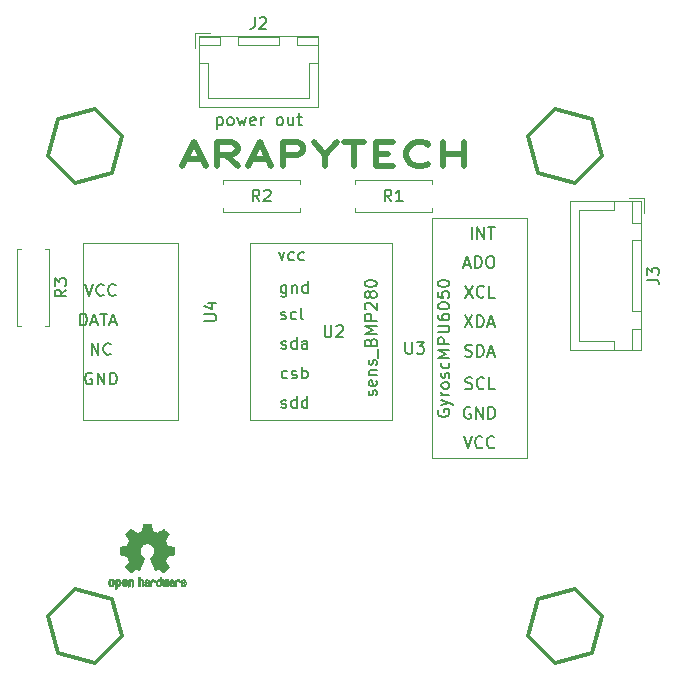
<source format=gbr>
G04 #@! TF.GenerationSoftware,KiCad,Pcbnew,(5.1.2)-2*
G04 #@! TF.CreationDate,2019-10-20T14:34:09-03:00*
G04 #@! TF.ProjectId,placa_sensores,706c6163-615f-4736-956e-736f7265732e,rev?*
G04 #@! TF.SameCoordinates,Original*
G04 #@! TF.FileFunction,Legend,Top*
G04 #@! TF.FilePolarity,Positive*
%FSLAX46Y46*%
G04 Gerber Fmt 4.6, Leading zero omitted, Abs format (unit mm)*
G04 Created by KiCad (PCBNEW (5.1.2)-2) date 2019-10-20 14:34:09*
%MOMM*%
%LPD*%
G04 APERTURE LIST*
%ADD10C,0.500000*%
%ADD11C,0.300000*%
%ADD12C,0.010000*%
%ADD13C,0.120000*%
%ADD14C,0.150000*%
%ADD15C,2.102000*%
%ADD16C,3.102000*%
%ADD17C,1.802000*%
%ADD18C,1.802000*%
%ADD19C,0.100000*%
%ADD20O,2.052000X1.802000*%
%ADD21O,1.802000X2.052000*%
G04 APERTURE END LIST*
D10*
X53092857Y-35933333D02*
X54521428Y-35933333D01*
X52807142Y-36504761D02*
X53807142Y-34504761D01*
X54807142Y-36504761D01*
X57521428Y-36504761D02*
X56521428Y-35552380D01*
X55807142Y-36504761D02*
X55807142Y-34504761D01*
X56950000Y-34504761D01*
X57235714Y-34600000D01*
X57378571Y-34695238D01*
X57521428Y-34885714D01*
X57521428Y-35171428D01*
X57378571Y-35361904D01*
X57235714Y-35457142D01*
X56950000Y-35552380D01*
X55807142Y-35552380D01*
X58664285Y-35933333D02*
X60092857Y-35933333D01*
X58378571Y-36504761D02*
X59378571Y-34504761D01*
X60378571Y-36504761D01*
X61378571Y-36504761D02*
X61378571Y-34504761D01*
X62521428Y-34504761D01*
X62807142Y-34600000D01*
X62950000Y-34695238D01*
X63092857Y-34885714D01*
X63092857Y-35171428D01*
X62950000Y-35361904D01*
X62807142Y-35457142D01*
X62521428Y-35552380D01*
X61378571Y-35552380D01*
X64950000Y-35552380D02*
X64950000Y-36504761D01*
X63950000Y-34504761D02*
X64950000Y-35552380D01*
X65950000Y-34504761D01*
X66521428Y-34504761D02*
X68235714Y-34504761D01*
X67378571Y-36504761D02*
X67378571Y-34504761D01*
X69235714Y-35457142D02*
X70235714Y-35457142D01*
X70664285Y-36504761D02*
X69235714Y-36504761D01*
X69235714Y-34504761D01*
X70664285Y-34504761D01*
X73664285Y-36314285D02*
X73521428Y-36409523D01*
X73092857Y-36504761D01*
X72807142Y-36504761D01*
X72378571Y-36409523D01*
X72092857Y-36219047D01*
X71950000Y-36028571D01*
X71807142Y-35647619D01*
X71807142Y-35361904D01*
X71950000Y-34980952D01*
X72092857Y-34790476D01*
X72378571Y-34600000D01*
X72807142Y-34504761D01*
X73092857Y-34504761D01*
X73521428Y-34600000D01*
X73664285Y-34695238D01*
X74950000Y-36504761D02*
X74950000Y-34504761D01*
X74950000Y-35457142D02*
X76664285Y-35457142D01*
X76664285Y-36504761D02*
X76664285Y-34504761D01*
D11*
X86075151Y-72290295D02*
X82924273Y-73134570D01*
X42282645Y-77747776D02*
X41438370Y-74596898D01*
X46895851Y-37106147D02*
X47740126Y-33955269D01*
X43744972Y-37950423D02*
X46895851Y-37106147D01*
X45433523Y-78592051D02*
X42282645Y-77747776D01*
X88381754Y-74596898D02*
X86075151Y-72290295D01*
X41438370Y-74596898D02*
X43744972Y-72290295D01*
X88381754Y-35643820D02*
X86075151Y-37950423D01*
X84386601Y-78592051D02*
X87537479Y-77747776D01*
X87537479Y-77747776D02*
X88381754Y-74596898D01*
X47740126Y-33955269D02*
X45433523Y-31648666D01*
X86075151Y-37950423D02*
X82924273Y-37106147D01*
X42282645Y-32492942D02*
X41438370Y-35643820D01*
X84386601Y-31648666D02*
X87537479Y-32492942D01*
X82924273Y-37106147D02*
X82079998Y-33955269D01*
X82079998Y-33955269D02*
X84386601Y-31648666D01*
X82079998Y-76285448D02*
X84386601Y-78592051D01*
X43744972Y-72290295D02*
X46895851Y-73134570D01*
X41438370Y-35643820D02*
X43744972Y-37950423D01*
X82924273Y-73134570D02*
X82079998Y-76285448D01*
X87537479Y-32492942D02*
X88381754Y-35643820D01*
X47740126Y-76285448D02*
X45433523Y-78592051D01*
X45433523Y-31648666D02*
X42282645Y-32492942D01*
X46895851Y-73134570D02*
X47740126Y-76285448D01*
D12*
G36*
X49953910Y-66792348D02*
G01*
X50032454Y-66792778D01*
X50089298Y-66793942D01*
X50128105Y-66796207D01*
X50152538Y-66799940D01*
X50166262Y-66805506D01*
X50172940Y-66813273D01*
X50176236Y-66823605D01*
X50176556Y-66824943D01*
X50181562Y-66849079D01*
X50190829Y-66896701D01*
X50203392Y-66962741D01*
X50218287Y-67042128D01*
X50234551Y-67129796D01*
X50235119Y-67132875D01*
X50251410Y-67218789D01*
X50266652Y-67294696D01*
X50279861Y-67356045D01*
X50290054Y-67398282D01*
X50296248Y-67416855D01*
X50296543Y-67417184D01*
X50314788Y-67426253D01*
X50352405Y-67441367D01*
X50401271Y-67459262D01*
X50401543Y-67459358D01*
X50463093Y-67482493D01*
X50535657Y-67511965D01*
X50604057Y-67541597D01*
X50607294Y-67543062D01*
X50718702Y-67593626D01*
X50965399Y-67425160D01*
X51041077Y-67373803D01*
X51109631Y-67327889D01*
X51167088Y-67290030D01*
X51209476Y-67262837D01*
X51232825Y-67248921D01*
X51235042Y-67247889D01*
X51252010Y-67252484D01*
X51283701Y-67274655D01*
X51331352Y-67315447D01*
X51396198Y-67375905D01*
X51462397Y-67440227D01*
X51526214Y-67503612D01*
X51583329Y-67561451D01*
X51630305Y-67610175D01*
X51663703Y-67646210D01*
X51680085Y-67665984D01*
X51680694Y-67667002D01*
X51682505Y-67680572D01*
X51675683Y-67702733D01*
X51658540Y-67736478D01*
X51629393Y-67784800D01*
X51586555Y-67850692D01*
X51529448Y-67935517D01*
X51478766Y-68010177D01*
X51433461Y-68077140D01*
X51396150Y-68132516D01*
X51369452Y-68172420D01*
X51355985Y-68192962D01*
X51355137Y-68194356D01*
X51356781Y-68214038D01*
X51369245Y-68252293D01*
X51390048Y-68301889D01*
X51397462Y-68317728D01*
X51429814Y-68388290D01*
X51464328Y-68468353D01*
X51492365Y-68537629D01*
X51512568Y-68589045D01*
X51528615Y-68628119D01*
X51537888Y-68648541D01*
X51539041Y-68650114D01*
X51556096Y-68652721D01*
X51596298Y-68659863D01*
X51654302Y-68670523D01*
X51724763Y-68683685D01*
X51802335Y-68698333D01*
X51881672Y-68713449D01*
X51957431Y-68728018D01*
X52024264Y-68741022D01*
X52076828Y-68751445D01*
X52109776Y-68758270D01*
X52117857Y-68760199D01*
X52126205Y-68764962D01*
X52132506Y-68775718D01*
X52137045Y-68796098D01*
X52140104Y-68829734D01*
X52141967Y-68880255D01*
X52142918Y-68951292D01*
X52143240Y-69046476D01*
X52143257Y-69085492D01*
X52143257Y-69402799D01*
X52067057Y-69417839D01*
X52024663Y-69425995D01*
X51961400Y-69437899D01*
X51884962Y-69452116D01*
X51803043Y-69467210D01*
X51780400Y-69471355D01*
X51704806Y-69486053D01*
X51638953Y-69500505D01*
X51588366Y-69513375D01*
X51558574Y-69523322D01*
X51553612Y-69526287D01*
X51541426Y-69547283D01*
X51523953Y-69587967D01*
X51504577Y-69640322D01*
X51500734Y-69651600D01*
X51475339Y-69721523D01*
X51443817Y-69800418D01*
X51412969Y-69871266D01*
X51412817Y-69871595D01*
X51361447Y-69982733D01*
X51530399Y-70231253D01*
X51699352Y-70479772D01*
X51482429Y-70697058D01*
X51416819Y-70761726D01*
X51356979Y-70818733D01*
X51306267Y-70865033D01*
X51268046Y-70897584D01*
X51245675Y-70913343D01*
X51242466Y-70914343D01*
X51223626Y-70906469D01*
X51185180Y-70884578D01*
X51131330Y-70851267D01*
X51066276Y-70809131D01*
X50995940Y-70761943D01*
X50924555Y-70713810D01*
X50860908Y-70671928D01*
X50809041Y-70638871D01*
X50772995Y-70617218D01*
X50756867Y-70609543D01*
X50737189Y-70616037D01*
X50699875Y-70633150D01*
X50652621Y-70657326D01*
X50647612Y-70660013D01*
X50583977Y-70691927D01*
X50540341Y-70707579D01*
X50513202Y-70707745D01*
X50499057Y-70693204D01*
X50498975Y-70693000D01*
X50491905Y-70675779D01*
X50475042Y-70634899D01*
X50449695Y-70573525D01*
X50417171Y-70494819D01*
X50378778Y-70401947D01*
X50335822Y-70298072D01*
X50294222Y-70197502D01*
X50248504Y-70086516D01*
X50206526Y-69983703D01*
X50169548Y-69892215D01*
X50138827Y-69815201D01*
X50115622Y-69755815D01*
X50101190Y-69717209D01*
X50096743Y-69702800D01*
X50107896Y-69686272D01*
X50137069Y-69659930D01*
X50175971Y-69630887D01*
X50286757Y-69539039D01*
X50373351Y-69433759D01*
X50434716Y-69317266D01*
X50469815Y-69191776D01*
X50477608Y-69059507D01*
X50471943Y-68998457D01*
X50441078Y-68871795D01*
X50387920Y-68759941D01*
X50315767Y-68664001D01*
X50227917Y-68585076D01*
X50127665Y-68524270D01*
X50018310Y-68482687D01*
X49903147Y-68461428D01*
X49785475Y-68461599D01*
X49668590Y-68484301D01*
X49555789Y-68530638D01*
X49450369Y-68601713D01*
X49406368Y-68641911D01*
X49321979Y-68745129D01*
X49263222Y-68857925D01*
X49229704Y-68977010D01*
X49221035Y-69099095D01*
X49236823Y-69220893D01*
X49276678Y-69339116D01*
X49340207Y-69450475D01*
X49427021Y-69551684D01*
X49524029Y-69630887D01*
X49564437Y-69661162D01*
X49592982Y-69687219D01*
X49603257Y-69702825D01*
X49597877Y-69719843D01*
X49582575Y-69760500D01*
X49558612Y-69821642D01*
X49527244Y-69900119D01*
X49489732Y-69992780D01*
X49447333Y-70096472D01*
X49405663Y-70197526D01*
X49359690Y-70308607D01*
X49317107Y-70411541D01*
X49279221Y-70503165D01*
X49247340Y-70580316D01*
X49222771Y-70639831D01*
X49206820Y-70678544D01*
X49200910Y-70693000D01*
X49186948Y-70707685D01*
X49159940Y-70707642D01*
X49116413Y-70692099D01*
X49052890Y-70660284D01*
X49052388Y-70660013D01*
X49004560Y-70635323D01*
X48965897Y-70617338D01*
X48944095Y-70609614D01*
X48943133Y-70609543D01*
X48926721Y-70617378D01*
X48890487Y-70639165D01*
X48838474Y-70672328D01*
X48774725Y-70714291D01*
X48704060Y-70761943D01*
X48632116Y-70810191D01*
X48567274Y-70852151D01*
X48513735Y-70885227D01*
X48475697Y-70906821D01*
X48457533Y-70914343D01*
X48440808Y-70904457D01*
X48407180Y-70876826D01*
X48360010Y-70834495D01*
X48302658Y-70780505D01*
X48238484Y-70717899D01*
X48217497Y-70696983D01*
X48000499Y-70479623D01*
X48165668Y-70237220D01*
X48215864Y-70162781D01*
X48259919Y-70095972D01*
X48295362Y-70040665D01*
X48319719Y-70000729D01*
X48330522Y-69980036D01*
X48330838Y-69978563D01*
X48325143Y-69959058D01*
X48309826Y-69919822D01*
X48287537Y-69867430D01*
X48271893Y-69832355D01*
X48242641Y-69765201D01*
X48215094Y-69697358D01*
X48193737Y-69640034D01*
X48187935Y-69622572D01*
X48171452Y-69575938D01*
X48155340Y-69539905D01*
X48146490Y-69526287D01*
X48126960Y-69517952D01*
X48084334Y-69506137D01*
X48024145Y-69492181D01*
X47951922Y-69477422D01*
X47919600Y-69471355D01*
X47837522Y-69456273D01*
X47758795Y-69441669D01*
X47691109Y-69428980D01*
X47642160Y-69419642D01*
X47632943Y-69417839D01*
X47556743Y-69402799D01*
X47556743Y-69085492D01*
X47556914Y-68981154D01*
X47557616Y-68902213D01*
X47559134Y-68845038D01*
X47561749Y-68805999D01*
X47565746Y-68781465D01*
X47571409Y-68767805D01*
X47579020Y-68761389D01*
X47582143Y-68760199D01*
X47600978Y-68755980D01*
X47642588Y-68747562D01*
X47701630Y-68735961D01*
X47772757Y-68722195D01*
X47850625Y-68707280D01*
X47929887Y-68692232D01*
X48005198Y-68678069D01*
X48071213Y-68665806D01*
X48122587Y-68656461D01*
X48153975Y-68651050D01*
X48160959Y-68650114D01*
X48167285Y-68637596D01*
X48181290Y-68604246D01*
X48200355Y-68556377D01*
X48207634Y-68537629D01*
X48236996Y-68465195D01*
X48271571Y-68385170D01*
X48302537Y-68317728D01*
X48325323Y-68266159D01*
X48340482Y-68223785D01*
X48345542Y-68197834D01*
X48344736Y-68194356D01*
X48334041Y-68177936D01*
X48309620Y-68141417D01*
X48274095Y-68088687D01*
X48230087Y-68023635D01*
X48180217Y-67950151D01*
X48170356Y-67935645D01*
X48112492Y-67849704D01*
X48069956Y-67784261D01*
X48041054Y-67736304D01*
X48024090Y-67702820D01*
X48017367Y-67680795D01*
X48019190Y-67667217D01*
X48019236Y-67667131D01*
X48033586Y-67649297D01*
X48065323Y-67614817D01*
X48111010Y-67567268D01*
X48167204Y-67510222D01*
X48230468Y-67447255D01*
X48237602Y-67440227D01*
X48317330Y-67363020D01*
X48378857Y-67306330D01*
X48423421Y-67269110D01*
X48452257Y-67250315D01*
X48464958Y-67247889D01*
X48483494Y-67258471D01*
X48521961Y-67282916D01*
X48576386Y-67318612D01*
X48642798Y-67362947D01*
X48717225Y-67413311D01*
X48734601Y-67425160D01*
X48981297Y-67593626D01*
X49092706Y-67543062D01*
X49160457Y-67513595D01*
X49233183Y-67483959D01*
X49295703Y-67460330D01*
X49298457Y-67459358D01*
X49347360Y-67441457D01*
X49385057Y-67426320D01*
X49403425Y-67417210D01*
X49403456Y-67417184D01*
X49409285Y-67400717D01*
X49419192Y-67360219D01*
X49432195Y-67300242D01*
X49447309Y-67225340D01*
X49463552Y-67140064D01*
X49464881Y-67132875D01*
X49481175Y-67045014D01*
X49496133Y-66965260D01*
X49508791Y-66898681D01*
X49518186Y-66850347D01*
X49523354Y-66825325D01*
X49523444Y-66824943D01*
X49526589Y-66814299D01*
X49532704Y-66806262D01*
X49545453Y-66800467D01*
X49568500Y-66796547D01*
X49605509Y-66794135D01*
X49660144Y-66792865D01*
X49736067Y-66792371D01*
X49836944Y-66792286D01*
X49850000Y-66792286D01*
X49953910Y-66792348D01*
X49953910Y-66792348D01*
G37*
X49953910Y-66792348D02*
X50032454Y-66792778D01*
X50089298Y-66793942D01*
X50128105Y-66796207D01*
X50152538Y-66799940D01*
X50166262Y-66805506D01*
X50172940Y-66813273D01*
X50176236Y-66823605D01*
X50176556Y-66824943D01*
X50181562Y-66849079D01*
X50190829Y-66896701D01*
X50203392Y-66962741D01*
X50218287Y-67042128D01*
X50234551Y-67129796D01*
X50235119Y-67132875D01*
X50251410Y-67218789D01*
X50266652Y-67294696D01*
X50279861Y-67356045D01*
X50290054Y-67398282D01*
X50296248Y-67416855D01*
X50296543Y-67417184D01*
X50314788Y-67426253D01*
X50352405Y-67441367D01*
X50401271Y-67459262D01*
X50401543Y-67459358D01*
X50463093Y-67482493D01*
X50535657Y-67511965D01*
X50604057Y-67541597D01*
X50607294Y-67543062D01*
X50718702Y-67593626D01*
X50965399Y-67425160D01*
X51041077Y-67373803D01*
X51109631Y-67327889D01*
X51167088Y-67290030D01*
X51209476Y-67262837D01*
X51232825Y-67248921D01*
X51235042Y-67247889D01*
X51252010Y-67252484D01*
X51283701Y-67274655D01*
X51331352Y-67315447D01*
X51396198Y-67375905D01*
X51462397Y-67440227D01*
X51526214Y-67503612D01*
X51583329Y-67561451D01*
X51630305Y-67610175D01*
X51663703Y-67646210D01*
X51680085Y-67665984D01*
X51680694Y-67667002D01*
X51682505Y-67680572D01*
X51675683Y-67702733D01*
X51658540Y-67736478D01*
X51629393Y-67784800D01*
X51586555Y-67850692D01*
X51529448Y-67935517D01*
X51478766Y-68010177D01*
X51433461Y-68077140D01*
X51396150Y-68132516D01*
X51369452Y-68172420D01*
X51355985Y-68192962D01*
X51355137Y-68194356D01*
X51356781Y-68214038D01*
X51369245Y-68252293D01*
X51390048Y-68301889D01*
X51397462Y-68317728D01*
X51429814Y-68388290D01*
X51464328Y-68468353D01*
X51492365Y-68537629D01*
X51512568Y-68589045D01*
X51528615Y-68628119D01*
X51537888Y-68648541D01*
X51539041Y-68650114D01*
X51556096Y-68652721D01*
X51596298Y-68659863D01*
X51654302Y-68670523D01*
X51724763Y-68683685D01*
X51802335Y-68698333D01*
X51881672Y-68713449D01*
X51957431Y-68728018D01*
X52024264Y-68741022D01*
X52076828Y-68751445D01*
X52109776Y-68758270D01*
X52117857Y-68760199D01*
X52126205Y-68764962D01*
X52132506Y-68775718D01*
X52137045Y-68796098D01*
X52140104Y-68829734D01*
X52141967Y-68880255D01*
X52142918Y-68951292D01*
X52143240Y-69046476D01*
X52143257Y-69085492D01*
X52143257Y-69402799D01*
X52067057Y-69417839D01*
X52024663Y-69425995D01*
X51961400Y-69437899D01*
X51884962Y-69452116D01*
X51803043Y-69467210D01*
X51780400Y-69471355D01*
X51704806Y-69486053D01*
X51638953Y-69500505D01*
X51588366Y-69513375D01*
X51558574Y-69523322D01*
X51553612Y-69526287D01*
X51541426Y-69547283D01*
X51523953Y-69587967D01*
X51504577Y-69640322D01*
X51500734Y-69651600D01*
X51475339Y-69721523D01*
X51443817Y-69800418D01*
X51412969Y-69871266D01*
X51412817Y-69871595D01*
X51361447Y-69982733D01*
X51530399Y-70231253D01*
X51699352Y-70479772D01*
X51482429Y-70697058D01*
X51416819Y-70761726D01*
X51356979Y-70818733D01*
X51306267Y-70865033D01*
X51268046Y-70897584D01*
X51245675Y-70913343D01*
X51242466Y-70914343D01*
X51223626Y-70906469D01*
X51185180Y-70884578D01*
X51131330Y-70851267D01*
X51066276Y-70809131D01*
X50995940Y-70761943D01*
X50924555Y-70713810D01*
X50860908Y-70671928D01*
X50809041Y-70638871D01*
X50772995Y-70617218D01*
X50756867Y-70609543D01*
X50737189Y-70616037D01*
X50699875Y-70633150D01*
X50652621Y-70657326D01*
X50647612Y-70660013D01*
X50583977Y-70691927D01*
X50540341Y-70707579D01*
X50513202Y-70707745D01*
X50499057Y-70693204D01*
X50498975Y-70693000D01*
X50491905Y-70675779D01*
X50475042Y-70634899D01*
X50449695Y-70573525D01*
X50417171Y-70494819D01*
X50378778Y-70401947D01*
X50335822Y-70298072D01*
X50294222Y-70197502D01*
X50248504Y-70086516D01*
X50206526Y-69983703D01*
X50169548Y-69892215D01*
X50138827Y-69815201D01*
X50115622Y-69755815D01*
X50101190Y-69717209D01*
X50096743Y-69702800D01*
X50107896Y-69686272D01*
X50137069Y-69659930D01*
X50175971Y-69630887D01*
X50286757Y-69539039D01*
X50373351Y-69433759D01*
X50434716Y-69317266D01*
X50469815Y-69191776D01*
X50477608Y-69059507D01*
X50471943Y-68998457D01*
X50441078Y-68871795D01*
X50387920Y-68759941D01*
X50315767Y-68664001D01*
X50227917Y-68585076D01*
X50127665Y-68524270D01*
X50018310Y-68482687D01*
X49903147Y-68461428D01*
X49785475Y-68461599D01*
X49668590Y-68484301D01*
X49555789Y-68530638D01*
X49450369Y-68601713D01*
X49406368Y-68641911D01*
X49321979Y-68745129D01*
X49263222Y-68857925D01*
X49229704Y-68977010D01*
X49221035Y-69099095D01*
X49236823Y-69220893D01*
X49276678Y-69339116D01*
X49340207Y-69450475D01*
X49427021Y-69551684D01*
X49524029Y-69630887D01*
X49564437Y-69661162D01*
X49592982Y-69687219D01*
X49603257Y-69702825D01*
X49597877Y-69719843D01*
X49582575Y-69760500D01*
X49558612Y-69821642D01*
X49527244Y-69900119D01*
X49489732Y-69992780D01*
X49447333Y-70096472D01*
X49405663Y-70197526D01*
X49359690Y-70308607D01*
X49317107Y-70411541D01*
X49279221Y-70503165D01*
X49247340Y-70580316D01*
X49222771Y-70639831D01*
X49206820Y-70678544D01*
X49200910Y-70693000D01*
X49186948Y-70707685D01*
X49159940Y-70707642D01*
X49116413Y-70692099D01*
X49052890Y-70660284D01*
X49052388Y-70660013D01*
X49004560Y-70635323D01*
X48965897Y-70617338D01*
X48944095Y-70609614D01*
X48943133Y-70609543D01*
X48926721Y-70617378D01*
X48890487Y-70639165D01*
X48838474Y-70672328D01*
X48774725Y-70714291D01*
X48704060Y-70761943D01*
X48632116Y-70810191D01*
X48567274Y-70852151D01*
X48513735Y-70885227D01*
X48475697Y-70906821D01*
X48457533Y-70914343D01*
X48440808Y-70904457D01*
X48407180Y-70876826D01*
X48360010Y-70834495D01*
X48302658Y-70780505D01*
X48238484Y-70717899D01*
X48217497Y-70696983D01*
X48000499Y-70479623D01*
X48165668Y-70237220D01*
X48215864Y-70162781D01*
X48259919Y-70095972D01*
X48295362Y-70040665D01*
X48319719Y-70000729D01*
X48330522Y-69980036D01*
X48330838Y-69978563D01*
X48325143Y-69959058D01*
X48309826Y-69919822D01*
X48287537Y-69867430D01*
X48271893Y-69832355D01*
X48242641Y-69765201D01*
X48215094Y-69697358D01*
X48193737Y-69640034D01*
X48187935Y-69622572D01*
X48171452Y-69575938D01*
X48155340Y-69539905D01*
X48146490Y-69526287D01*
X48126960Y-69517952D01*
X48084334Y-69506137D01*
X48024145Y-69492181D01*
X47951922Y-69477422D01*
X47919600Y-69471355D01*
X47837522Y-69456273D01*
X47758795Y-69441669D01*
X47691109Y-69428980D01*
X47642160Y-69419642D01*
X47632943Y-69417839D01*
X47556743Y-69402799D01*
X47556743Y-69085492D01*
X47556914Y-68981154D01*
X47557616Y-68902213D01*
X47559134Y-68845038D01*
X47561749Y-68805999D01*
X47565746Y-68781465D01*
X47571409Y-68767805D01*
X47579020Y-68761389D01*
X47582143Y-68760199D01*
X47600978Y-68755980D01*
X47642588Y-68747562D01*
X47701630Y-68735961D01*
X47772757Y-68722195D01*
X47850625Y-68707280D01*
X47929887Y-68692232D01*
X48005198Y-68678069D01*
X48071213Y-68665806D01*
X48122587Y-68656461D01*
X48153975Y-68651050D01*
X48160959Y-68650114D01*
X48167285Y-68637596D01*
X48181290Y-68604246D01*
X48200355Y-68556377D01*
X48207634Y-68537629D01*
X48236996Y-68465195D01*
X48271571Y-68385170D01*
X48302537Y-68317728D01*
X48325323Y-68266159D01*
X48340482Y-68223785D01*
X48345542Y-68197834D01*
X48344736Y-68194356D01*
X48334041Y-68177936D01*
X48309620Y-68141417D01*
X48274095Y-68088687D01*
X48230087Y-68023635D01*
X48180217Y-67950151D01*
X48170356Y-67935645D01*
X48112492Y-67849704D01*
X48069956Y-67784261D01*
X48041054Y-67736304D01*
X48024090Y-67702820D01*
X48017367Y-67680795D01*
X48019190Y-67667217D01*
X48019236Y-67667131D01*
X48033586Y-67649297D01*
X48065323Y-67614817D01*
X48111010Y-67567268D01*
X48167204Y-67510222D01*
X48230468Y-67447255D01*
X48237602Y-67440227D01*
X48317330Y-67363020D01*
X48378857Y-67306330D01*
X48423421Y-67269110D01*
X48452257Y-67250315D01*
X48464958Y-67247889D01*
X48483494Y-67258471D01*
X48521961Y-67282916D01*
X48576386Y-67318612D01*
X48642798Y-67362947D01*
X48717225Y-67413311D01*
X48734601Y-67425160D01*
X48981297Y-67593626D01*
X49092706Y-67543062D01*
X49160457Y-67513595D01*
X49233183Y-67483959D01*
X49295703Y-67460330D01*
X49298457Y-67459358D01*
X49347360Y-67441457D01*
X49385057Y-67426320D01*
X49403425Y-67417210D01*
X49403456Y-67417184D01*
X49409285Y-67400717D01*
X49419192Y-67360219D01*
X49432195Y-67300242D01*
X49447309Y-67225340D01*
X49463552Y-67140064D01*
X49464881Y-67132875D01*
X49481175Y-67045014D01*
X49496133Y-66965260D01*
X49508791Y-66898681D01*
X49518186Y-66850347D01*
X49523354Y-66825325D01*
X49523444Y-66824943D01*
X49526589Y-66814299D01*
X49532704Y-66806262D01*
X49545453Y-66800467D01*
X49568500Y-66796547D01*
X49605509Y-66794135D01*
X49660144Y-66792865D01*
X49736067Y-66792371D01*
X49836944Y-66792286D01*
X49850000Y-66792286D01*
X49953910Y-66792348D01*
G36*
X53003595Y-71516966D02*
G01*
X53061021Y-71554497D01*
X53088719Y-71588096D01*
X53110662Y-71649064D01*
X53112405Y-71697308D01*
X53108457Y-71761816D01*
X52959686Y-71826934D01*
X52887349Y-71860202D01*
X52840084Y-71886964D01*
X52815507Y-71910144D01*
X52811237Y-71932667D01*
X52824889Y-71957455D01*
X52839943Y-71973886D01*
X52883746Y-72000235D01*
X52931389Y-72002081D01*
X52975145Y-71981546D01*
X53007289Y-71940752D01*
X53013038Y-71926347D01*
X53040576Y-71881356D01*
X53072258Y-71862182D01*
X53115714Y-71845779D01*
X53115714Y-71907966D01*
X53111872Y-71950283D01*
X53096823Y-71985969D01*
X53065280Y-72026943D01*
X53060592Y-72032267D01*
X53025506Y-72068720D01*
X52995347Y-72088283D01*
X52957615Y-72097283D01*
X52926335Y-72100230D01*
X52870385Y-72100965D01*
X52830555Y-72091660D01*
X52805708Y-72077846D01*
X52766656Y-72047467D01*
X52739625Y-72014613D01*
X52722517Y-71973294D01*
X52713238Y-71917521D01*
X52709693Y-71841305D01*
X52709410Y-71802622D01*
X52710372Y-71756247D01*
X52798007Y-71756247D01*
X52799023Y-71781126D01*
X52801556Y-71785200D01*
X52818274Y-71779665D01*
X52854249Y-71765017D01*
X52902331Y-71744190D01*
X52912386Y-71739714D01*
X52973152Y-71708814D01*
X53006632Y-71681657D01*
X53013990Y-71656220D01*
X52996391Y-71630481D01*
X52981856Y-71619109D01*
X52929410Y-71596364D01*
X52880322Y-71600122D01*
X52839227Y-71627884D01*
X52810758Y-71677152D01*
X52801631Y-71716257D01*
X52798007Y-71756247D01*
X52710372Y-71756247D01*
X52711285Y-71712249D01*
X52718196Y-71645384D01*
X52731884Y-71596695D01*
X52754096Y-71560849D01*
X52786574Y-71532513D01*
X52800733Y-71523355D01*
X52865053Y-71499507D01*
X52935473Y-71498006D01*
X53003595Y-71516966D01*
X53003595Y-71516966D01*
G37*
X53003595Y-71516966D02*
X53061021Y-71554497D01*
X53088719Y-71588096D01*
X53110662Y-71649064D01*
X53112405Y-71697308D01*
X53108457Y-71761816D01*
X52959686Y-71826934D01*
X52887349Y-71860202D01*
X52840084Y-71886964D01*
X52815507Y-71910144D01*
X52811237Y-71932667D01*
X52824889Y-71957455D01*
X52839943Y-71973886D01*
X52883746Y-72000235D01*
X52931389Y-72002081D01*
X52975145Y-71981546D01*
X53007289Y-71940752D01*
X53013038Y-71926347D01*
X53040576Y-71881356D01*
X53072258Y-71862182D01*
X53115714Y-71845779D01*
X53115714Y-71907966D01*
X53111872Y-71950283D01*
X53096823Y-71985969D01*
X53065280Y-72026943D01*
X53060592Y-72032267D01*
X53025506Y-72068720D01*
X52995347Y-72088283D01*
X52957615Y-72097283D01*
X52926335Y-72100230D01*
X52870385Y-72100965D01*
X52830555Y-72091660D01*
X52805708Y-72077846D01*
X52766656Y-72047467D01*
X52739625Y-72014613D01*
X52722517Y-71973294D01*
X52713238Y-71917521D01*
X52709693Y-71841305D01*
X52709410Y-71802622D01*
X52710372Y-71756247D01*
X52798007Y-71756247D01*
X52799023Y-71781126D01*
X52801556Y-71785200D01*
X52818274Y-71779665D01*
X52854249Y-71765017D01*
X52902331Y-71744190D01*
X52912386Y-71739714D01*
X52973152Y-71708814D01*
X53006632Y-71681657D01*
X53013990Y-71656220D01*
X52996391Y-71630481D01*
X52981856Y-71619109D01*
X52929410Y-71596364D01*
X52880322Y-71600122D01*
X52839227Y-71627884D01*
X52810758Y-71677152D01*
X52801631Y-71716257D01*
X52798007Y-71756247D01*
X52710372Y-71756247D01*
X52711285Y-71712249D01*
X52718196Y-71645384D01*
X52731884Y-71596695D01*
X52754096Y-71560849D01*
X52786574Y-71532513D01*
X52800733Y-71523355D01*
X52865053Y-71499507D01*
X52935473Y-71498006D01*
X53003595Y-71516966D01*
G36*
X52502600Y-71508752D02*
G01*
X52519948Y-71516334D01*
X52561356Y-71549128D01*
X52596765Y-71596547D01*
X52618664Y-71647151D01*
X52622229Y-71672098D01*
X52610279Y-71706927D01*
X52584067Y-71725357D01*
X52555964Y-71736516D01*
X52543095Y-71738572D01*
X52536829Y-71723649D01*
X52524456Y-71691175D01*
X52519028Y-71676502D01*
X52488590Y-71625744D01*
X52444520Y-71600427D01*
X52388010Y-71601206D01*
X52383825Y-71602203D01*
X52353655Y-71616507D01*
X52331476Y-71644393D01*
X52316327Y-71689287D01*
X52307250Y-71754615D01*
X52303286Y-71843804D01*
X52302914Y-71891261D01*
X52302730Y-71966071D01*
X52301522Y-72017069D01*
X52298309Y-72049471D01*
X52292109Y-72068495D01*
X52281940Y-72079356D01*
X52266819Y-72087272D01*
X52265946Y-72087670D01*
X52236828Y-72099981D01*
X52222403Y-72104514D01*
X52220186Y-72090809D01*
X52218289Y-72052925D01*
X52216847Y-71995715D01*
X52215998Y-71924027D01*
X52215829Y-71871565D01*
X52216692Y-71770047D01*
X52220070Y-71693032D01*
X52227142Y-71636023D01*
X52239088Y-71594526D01*
X52257090Y-71564043D01*
X52282327Y-71540080D01*
X52307247Y-71523355D01*
X52367171Y-71501097D01*
X52436911Y-71496076D01*
X52502600Y-71508752D01*
X52502600Y-71508752D01*
G37*
X52502600Y-71508752D02*
X52519948Y-71516334D01*
X52561356Y-71549128D01*
X52596765Y-71596547D01*
X52618664Y-71647151D01*
X52622229Y-71672098D01*
X52610279Y-71706927D01*
X52584067Y-71725357D01*
X52555964Y-71736516D01*
X52543095Y-71738572D01*
X52536829Y-71723649D01*
X52524456Y-71691175D01*
X52519028Y-71676502D01*
X52488590Y-71625744D01*
X52444520Y-71600427D01*
X52388010Y-71601206D01*
X52383825Y-71602203D01*
X52353655Y-71616507D01*
X52331476Y-71644393D01*
X52316327Y-71689287D01*
X52307250Y-71754615D01*
X52303286Y-71843804D01*
X52302914Y-71891261D01*
X52302730Y-71966071D01*
X52301522Y-72017069D01*
X52298309Y-72049471D01*
X52292109Y-72068495D01*
X52281940Y-72079356D01*
X52266819Y-72087272D01*
X52265946Y-72087670D01*
X52236828Y-72099981D01*
X52222403Y-72104514D01*
X52220186Y-72090809D01*
X52218289Y-72052925D01*
X52216847Y-71995715D01*
X52215998Y-71924027D01*
X52215829Y-71871565D01*
X52216692Y-71770047D01*
X52220070Y-71693032D01*
X52227142Y-71636023D01*
X52239088Y-71594526D01*
X52257090Y-71564043D01*
X52282327Y-71540080D01*
X52307247Y-71523355D01*
X52367171Y-71501097D01*
X52436911Y-71496076D01*
X52502600Y-71508752D01*
G36*
X51994876Y-71506335D02*
G01*
X52036667Y-71525344D01*
X52069469Y-71548378D01*
X52093503Y-71574133D01*
X52110097Y-71607358D01*
X52120577Y-71652800D01*
X52126271Y-71715207D01*
X52128507Y-71799327D01*
X52128743Y-71854721D01*
X52128743Y-72070826D01*
X52091774Y-72087670D01*
X52062656Y-72099981D01*
X52048231Y-72104514D01*
X52045472Y-72091025D01*
X52043282Y-72054653D01*
X52041942Y-72001542D01*
X52041657Y-71959372D01*
X52040434Y-71898447D01*
X52037136Y-71850115D01*
X52032321Y-71820518D01*
X52028496Y-71814229D01*
X52002783Y-71820652D01*
X51962418Y-71837125D01*
X51915679Y-71859458D01*
X51870845Y-71883457D01*
X51836193Y-71904930D01*
X51820002Y-71919685D01*
X51819938Y-71919845D01*
X51821330Y-71947152D01*
X51833818Y-71973219D01*
X51855743Y-71994392D01*
X51887743Y-72001474D01*
X51915092Y-72000649D01*
X51953826Y-72000042D01*
X51974158Y-72009116D01*
X51986369Y-72033092D01*
X51987909Y-72037613D01*
X51993203Y-72071806D01*
X51979047Y-72092568D01*
X51942148Y-72102462D01*
X51902289Y-72104292D01*
X51830562Y-72090727D01*
X51793432Y-72071355D01*
X51747576Y-72025845D01*
X51723256Y-71969983D01*
X51721073Y-71910957D01*
X51741629Y-71855953D01*
X51772549Y-71821486D01*
X51803420Y-71802189D01*
X51851942Y-71777759D01*
X51908485Y-71752985D01*
X51917910Y-71749199D01*
X51980019Y-71721791D01*
X52015822Y-71697634D01*
X52027337Y-71673619D01*
X52016580Y-71646635D01*
X51998114Y-71625543D01*
X51954469Y-71599572D01*
X51906446Y-71597624D01*
X51862406Y-71617637D01*
X51830709Y-71657551D01*
X51826549Y-71667848D01*
X51802327Y-71705724D01*
X51766965Y-71733842D01*
X51722343Y-71756917D01*
X51722343Y-71691485D01*
X51724969Y-71651506D01*
X51736230Y-71619997D01*
X51761199Y-71586378D01*
X51785169Y-71560484D01*
X51822441Y-71523817D01*
X51851401Y-71504121D01*
X51882505Y-71496220D01*
X51917713Y-71494914D01*
X51994876Y-71506335D01*
X51994876Y-71506335D01*
G37*
X51994876Y-71506335D02*
X52036667Y-71525344D01*
X52069469Y-71548378D01*
X52093503Y-71574133D01*
X52110097Y-71607358D01*
X52120577Y-71652800D01*
X52126271Y-71715207D01*
X52128507Y-71799327D01*
X52128743Y-71854721D01*
X52128743Y-72070826D01*
X52091774Y-72087670D01*
X52062656Y-72099981D01*
X52048231Y-72104514D01*
X52045472Y-72091025D01*
X52043282Y-72054653D01*
X52041942Y-72001542D01*
X52041657Y-71959372D01*
X52040434Y-71898447D01*
X52037136Y-71850115D01*
X52032321Y-71820518D01*
X52028496Y-71814229D01*
X52002783Y-71820652D01*
X51962418Y-71837125D01*
X51915679Y-71859458D01*
X51870845Y-71883457D01*
X51836193Y-71904930D01*
X51820002Y-71919685D01*
X51819938Y-71919845D01*
X51821330Y-71947152D01*
X51833818Y-71973219D01*
X51855743Y-71994392D01*
X51887743Y-72001474D01*
X51915092Y-72000649D01*
X51953826Y-72000042D01*
X51974158Y-72009116D01*
X51986369Y-72033092D01*
X51987909Y-72037613D01*
X51993203Y-72071806D01*
X51979047Y-72092568D01*
X51942148Y-72102462D01*
X51902289Y-72104292D01*
X51830562Y-72090727D01*
X51793432Y-72071355D01*
X51747576Y-72025845D01*
X51723256Y-71969983D01*
X51721073Y-71910957D01*
X51741629Y-71855953D01*
X51772549Y-71821486D01*
X51803420Y-71802189D01*
X51851942Y-71777759D01*
X51908485Y-71752985D01*
X51917910Y-71749199D01*
X51980019Y-71721791D01*
X52015822Y-71697634D01*
X52027337Y-71673619D01*
X52016580Y-71646635D01*
X51998114Y-71625543D01*
X51954469Y-71599572D01*
X51906446Y-71597624D01*
X51862406Y-71617637D01*
X51830709Y-71657551D01*
X51826549Y-71667848D01*
X51802327Y-71705724D01*
X51766965Y-71733842D01*
X51722343Y-71756917D01*
X51722343Y-71691485D01*
X51724969Y-71651506D01*
X51736230Y-71619997D01*
X51761199Y-71586378D01*
X51785169Y-71560484D01*
X51822441Y-71523817D01*
X51851401Y-71504121D01*
X51882505Y-71496220D01*
X51917713Y-71494914D01*
X51994876Y-71506335D01*
G36*
X51629833Y-71508663D02*
G01*
X51632048Y-71546850D01*
X51633784Y-71604886D01*
X51634899Y-71678180D01*
X51635257Y-71755055D01*
X51635257Y-72015196D01*
X51589326Y-72061127D01*
X51557675Y-72089429D01*
X51529890Y-72100893D01*
X51491915Y-72100168D01*
X51476840Y-72098321D01*
X51429726Y-72092948D01*
X51390756Y-72089869D01*
X51381257Y-72089585D01*
X51349233Y-72091445D01*
X51303432Y-72096114D01*
X51285674Y-72098321D01*
X51242057Y-72101735D01*
X51212745Y-72094320D01*
X51183680Y-72071427D01*
X51173188Y-72061127D01*
X51127257Y-72015196D01*
X51127257Y-71528602D01*
X51164226Y-71511758D01*
X51196059Y-71499282D01*
X51214683Y-71494914D01*
X51219458Y-71508718D01*
X51223921Y-71547286D01*
X51227775Y-71606356D01*
X51230722Y-71681663D01*
X51232143Y-71745286D01*
X51236114Y-71995657D01*
X51270759Y-72000556D01*
X51302268Y-71997131D01*
X51317708Y-71986041D01*
X51322023Y-71965308D01*
X51325708Y-71921145D01*
X51328469Y-71859146D01*
X51330012Y-71784909D01*
X51330235Y-71746706D01*
X51330457Y-71526783D01*
X51376166Y-71510849D01*
X51408518Y-71500015D01*
X51426115Y-71494962D01*
X51426623Y-71494914D01*
X51428388Y-71508648D01*
X51430329Y-71546730D01*
X51432282Y-71604482D01*
X51434084Y-71677227D01*
X51435343Y-71745286D01*
X51439314Y-71995657D01*
X51526400Y-71995657D01*
X51530396Y-71767240D01*
X51534392Y-71538822D01*
X51576847Y-71516868D01*
X51608192Y-71501793D01*
X51626744Y-71494951D01*
X51627279Y-71494914D01*
X51629833Y-71508663D01*
X51629833Y-71508663D01*
G37*
X51629833Y-71508663D02*
X51632048Y-71546850D01*
X51633784Y-71604886D01*
X51634899Y-71678180D01*
X51635257Y-71755055D01*
X51635257Y-72015196D01*
X51589326Y-72061127D01*
X51557675Y-72089429D01*
X51529890Y-72100893D01*
X51491915Y-72100168D01*
X51476840Y-72098321D01*
X51429726Y-72092948D01*
X51390756Y-72089869D01*
X51381257Y-72089585D01*
X51349233Y-72091445D01*
X51303432Y-72096114D01*
X51285674Y-72098321D01*
X51242057Y-72101735D01*
X51212745Y-72094320D01*
X51183680Y-72071427D01*
X51173188Y-72061127D01*
X51127257Y-72015196D01*
X51127257Y-71528602D01*
X51164226Y-71511758D01*
X51196059Y-71499282D01*
X51214683Y-71494914D01*
X51219458Y-71508718D01*
X51223921Y-71547286D01*
X51227775Y-71606356D01*
X51230722Y-71681663D01*
X51232143Y-71745286D01*
X51236114Y-71995657D01*
X51270759Y-72000556D01*
X51302268Y-71997131D01*
X51317708Y-71986041D01*
X51322023Y-71965308D01*
X51325708Y-71921145D01*
X51328469Y-71859146D01*
X51330012Y-71784909D01*
X51330235Y-71746706D01*
X51330457Y-71526783D01*
X51376166Y-71510849D01*
X51408518Y-71500015D01*
X51426115Y-71494962D01*
X51426623Y-71494914D01*
X51428388Y-71508648D01*
X51430329Y-71546730D01*
X51432282Y-71604482D01*
X51434084Y-71677227D01*
X51435343Y-71745286D01*
X51439314Y-71995657D01*
X51526400Y-71995657D01*
X51530396Y-71767240D01*
X51534392Y-71538822D01*
X51576847Y-71516868D01*
X51608192Y-71501793D01*
X51626744Y-71494951D01*
X51627279Y-71494914D01*
X51629833Y-71508663D01*
G36*
X51040117Y-71615358D02*
G01*
X51039933Y-71723837D01*
X51039219Y-71807287D01*
X51037675Y-71869704D01*
X51035001Y-71915085D01*
X51030894Y-71947429D01*
X51025055Y-71970733D01*
X51017182Y-71988995D01*
X51011221Y-71999418D01*
X50961855Y-72055945D01*
X50899264Y-72091377D01*
X50830013Y-72104090D01*
X50760668Y-72092463D01*
X50719375Y-72071568D01*
X50676025Y-72035422D01*
X50646481Y-71991276D01*
X50628655Y-71933462D01*
X50620463Y-71856313D01*
X50619302Y-71799714D01*
X50619458Y-71795647D01*
X50720857Y-71795647D01*
X50721476Y-71860550D01*
X50724314Y-71903514D01*
X50730840Y-71931622D01*
X50742523Y-71951953D01*
X50756483Y-71967288D01*
X50803365Y-71996890D01*
X50853701Y-71999419D01*
X50901276Y-71974705D01*
X50904979Y-71971356D01*
X50920783Y-71953935D01*
X50930693Y-71933209D01*
X50936058Y-71902362D01*
X50938228Y-71854577D01*
X50938571Y-71801748D01*
X50937827Y-71735381D01*
X50934748Y-71691106D01*
X50928061Y-71662009D01*
X50916496Y-71641173D01*
X50907013Y-71630107D01*
X50862960Y-71602198D01*
X50812224Y-71598843D01*
X50763796Y-71620159D01*
X50754450Y-71628073D01*
X50738540Y-71645647D01*
X50728610Y-71666587D01*
X50723278Y-71697782D01*
X50721163Y-71746122D01*
X50720857Y-71795647D01*
X50619458Y-71795647D01*
X50622810Y-71708568D01*
X50634726Y-71640086D01*
X50657135Y-71588600D01*
X50692124Y-71548443D01*
X50719375Y-71527861D01*
X50768907Y-71505625D01*
X50826316Y-71495304D01*
X50879682Y-71498067D01*
X50909543Y-71509212D01*
X50921261Y-71512383D01*
X50929037Y-71500557D01*
X50934465Y-71468866D01*
X50938571Y-71420593D01*
X50943067Y-71366829D01*
X50949313Y-71334482D01*
X50960676Y-71315985D01*
X50980528Y-71303770D01*
X50993000Y-71298362D01*
X51040171Y-71278601D01*
X51040117Y-71615358D01*
X51040117Y-71615358D01*
G37*
X51040117Y-71615358D02*
X51039933Y-71723837D01*
X51039219Y-71807287D01*
X51037675Y-71869704D01*
X51035001Y-71915085D01*
X51030894Y-71947429D01*
X51025055Y-71970733D01*
X51017182Y-71988995D01*
X51011221Y-71999418D01*
X50961855Y-72055945D01*
X50899264Y-72091377D01*
X50830013Y-72104090D01*
X50760668Y-72092463D01*
X50719375Y-72071568D01*
X50676025Y-72035422D01*
X50646481Y-71991276D01*
X50628655Y-71933462D01*
X50620463Y-71856313D01*
X50619302Y-71799714D01*
X50619458Y-71795647D01*
X50720857Y-71795647D01*
X50721476Y-71860550D01*
X50724314Y-71903514D01*
X50730840Y-71931622D01*
X50742523Y-71951953D01*
X50756483Y-71967288D01*
X50803365Y-71996890D01*
X50853701Y-71999419D01*
X50901276Y-71974705D01*
X50904979Y-71971356D01*
X50920783Y-71953935D01*
X50930693Y-71933209D01*
X50936058Y-71902362D01*
X50938228Y-71854577D01*
X50938571Y-71801748D01*
X50937827Y-71735381D01*
X50934748Y-71691106D01*
X50928061Y-71662009D01*
X50916496Y-71641173D01*
X50907013Y-71630107D01*
X50862960Y-71602198D01*
X50812224Y-71598843D01*
X50763796Y-71620159D01*
X50754450Y-71628073D01*
X50738540Y-71645647D01*
X50728610Y-71666587D01*
X50723278Y-71697782D01*
X50721163Y-71746122D01*
X50720857Y-71795647D01*
X50619458Y-71795647D01*
X50622810Y-71708568D01*
X50634726Y-71640086D01*
X50657135Y-71588600D01*
X50692124Y-71548443D01*
X50719375Y-71527861D01*
X50768907Y-71505625D01*
X50826316Y-71495304D01*
X50879682Y-71498067D01*
X50909543Y-71509212D01*
X50921261Y-71512383D01*
X50929037Y-71500557D01*
X50934465Y-71468866D01*
X50938571Y-71420593D01*
X50943067Y-71366829D01*
X50949313Y-71334482D01*
X50960676Y-71315985D01*
X50980528Y-71303770D01*
X50993000Y-71298362D01*
X51040171Y-71278601D01*
X51040117Y-71615358D01*
G36*
X50379926Y-71499755D02*
G01*
X50445858Y-71524084D01*
X50499273Y-71567117D01*
X50520164Y-71597409D01*
X50542939Y-71652994D01*
X50542466Y-71693186D01*
X50518562Y-71720217D01*
X50509717Y-71724813D01*
X50471530Y-71739144D01*
X50452028Y-71735472D01*
X50445422Y-71711407D01*
X50445086Y-71698114D01*
X50432992Y-71649210D01*
X50401471Y-71614999D01*
X50357659Y-71598476D01*
X50308695Y-71602634D01*
X50268894Y-71624227D01*
X50255450Y-71636544D01*
X50245921Y-71651487D01*
X50239485Y-71674075D01*
X50235317Y-71709328D01*
X50232597Y-71762266D01*
X50230502Y-71837907D01*
X50229960Y-71861857D01*
X50227981Y-71943790D01*
X50225731Y-72001455D01*
X50222357Y-72039608D01*
X50217006Y-72063004D01*
X50208824Y-72076398D01*
X50196959Y-72084545D01*
X50189362Y-72088144D01*
X50157102Y-72100452D01*
X50138111Y-72104514D01*
X50131836Y-72090948D01*
X50128006Y-72049934D01*
X50126600Y-71980999D01*
X50127598Y-71883669D01*
X50127908Y-71868657D01*
X50130101Y-71779859D01*
X50132693Y-71715019D01*
X50136382Y-71669067D01*
X50141864Y-71636935D01*
X50149835Y-71613553D01*
X50160993Y-71593852D01*
X50166830Y-71585410D01*
X50200296Y-71548057D01*
X50237727Y-71519003D01*
X50242309Y-71516467D01*
X50309426Y-71496443D01*
X50379926Y-71499755D01*
X50379926Y-71499755D01*
G37*
X50379926Y-71499755D02*
X50445858Y-71524084D01*
X50499273Y-71567117D01*
X50520164Y-71597409D01*
X50542939Y-71652994D01*
X50542466Y-71693186D01*
X50518562Y-71720217D01*
X50509717Y-71724813D01*
X50471530Y-71739144D01*
X50452028Y-71735472D01*
X50445422Y-71711407D01*
X50445086Y-71698114D01*
X50432992Y-71649210D01*
X50401471Y-71614999D01*
X50357659Y-71598476D01*
X50308695Y-71602634D01*
X50268894Y-71624227D01*
X50255450Y-71636544D01*
X50245921Y-71651487D01*
X50239485Y-71674075D01*
X50235317Y-71709328D01*
X50232597Y-71762266D01*
X50230502Y-71837907D01*
X50229960Y-71861857D01*
X50227981Y-71943790D01*
X50225731Y-72001455D01*
X50222357Y-72039608D01*
X50217006Y-72063004D01*
X50208824Y-72076398D01*
X50196959Y-72084545D01*
X50189362Y-72088144D01*
X50157102Y-72100452D01*
X50138111Y-72104514D01*
X50131836Y-72090948D01*
X50128006Y-72049934D01*
X50126600Y-71980999D01*
X50127598Y-71883669D01*
X50127908Y-71868657D01*
X50130101Y-71779859D01*
X50132693Y-71715019D01*
X50136382Y-71669067D01*
X50141864Y-71636935D01*
X50149835Y-71613553D01*
X50160993Y-71593852D01*
X50166830Y-71585410D01*
X50200296Y-71548057D01*
X50237727Y-71519003D01*
X50242309Y-71516467D01*
X50309426Y-71496443D01*
X50379926Y-71499755D01*
G36*
X49889744Y-71500968D02*
G01*
X49946616Y-71522087D01*
X49947267Y-71522493D01*
X49982440Y-71548380D01*
X50008407Y-71578633D01*
X50026670Y-71618058D01*
X50038732Y-71671462D01*
X50046096Y-71743651D01*
X50050264Y-71839432D01*
X50050629Y-71853078D01*
X50055876Y-72058842D01*
X50011716Y-72081678D01*
X49979763Y-72097110D01*
X49960470Y-72104423D01*
X49959578Y-72104514D01*
X49956239Y-72091022D01*
X49953587Y-72054626D01*
X49951956Y-72001452D01*
X49951600Y-71958393D01*
X49951592Y-71888641D01*
X49948403Y-71844837D01*
X49937288Y-71823944D01*
X49913501Y-71822925D01*
X49872296Y-71838741D01*
X49810086Y-71867815D01*
X49764341Y-71891963D01*
X49740813Y-71912913D01*
X49733896Y-71935747D01*
X49733886Y-71936877D01*
X49745299Y-71976212D01*
X49779092Y-71997462D01*
X49830809Y-72000539D01*
X49868061Y-72000006D01*
X49887703Y-72010735D01*
X49899952Y-72036505D01*
X49907002Y-72069337D01*
X49896842Y-72087966D01*
X49893017Y-72090632D01*
X49857001Y-72101340D01*
X49806566Y-72102856D01*
X49754626Y-72095759D01*
X49717822Y-72082788D01*
X49666938Y-72039585D01*
X49638014Y-71979446D01*
X49632286Y-71932462D01*
X49636657Y-71890082D01*
X49652475Y-71855488D01*
X49683797Y-71824763D01*
X49734678Y-71793990D01*
X49809176Y-71759252D01*
X49813714Y-71757288D01*
X49880821Y-71726287D01*
X49922232Y-71700862D01*
X49939981Y-71678014D01*
X49936107Y-71654745D01*
X49912643Y-71628056D01*
X49905627Y-71621914D01*
X49858630Y-71598100D01*
X49809933Y-71599103D01*
X49767522Y-71622451D01*
X49739384Y-71665675D01*
X49736769Y-71674160D01*
X49711308Y-71715308D01*
X49679001Y-71735128D01*
X49632286Y-71754770D01*
X49632286Y-71703950D01*
X49646496Y-71630082D01*
X49688675Y-71562327D01*
X49710624Y-71539661D01*
X49760517Y-71510569D01*
X49823967Y-71497400D01*
X49889744Y-71500968D01*
X49889744Y-71500968D01*
G37*
X49889744Y-71500968D02*
X49946616Y-71522087D01*
X49947267Y-71522493D01*
X49982440Y-71548380D01*
X50008407Y-71578633D01*
X50026670Y-71618058D01*
X50038732Y-71671462D01*
X50046096Y-71743651D01*
X50050264Y-71839432D01*
X50050629Y-71853078D01*
X50055876Y-72058842D01*
X50011716Y-72081678D01*
X49979763Y-72097110D01*
X49960470Y-72104423D01*
X49959578Y-72104514D01*
X49956239Y-72091022D01*
X49953587Y-72054626D01*
X49951956Y-72001452D01*
X49951600Y-71958393D01*
X49951592Y-71888641D01*
X49948403Y-71844837D01*
X49937288Y-71823944D01*
X49913501Y-71822925D01*
X49872296Y-71838741D01*
X49810086Y-71867815D01*
X49764341Y-71891963D01*
X49740813Y-71912913D01*
X49733896Y-71935747D01*
X49733886Y-71936877D01*
X49745299Y-71976212D01*
X49779092Y-71997462D01*
X49830809Y-72000539D01*
X49868061Y-72000006D01*
X49887703Y-72010735D01*
X49899952Y-72036505D01*
X49907002Y-72069337D01*
X49896842Y-72087966D01*
X49893017Y-72090632D01*
X49857001Y-72101340D01*
X49806566Y-72102856D01*
X49754626Y-72095759D01*
X49717822Y-72082788D01*
X49666938Y-72039585D01*
X49638014Y-71979446D01*
X49632286Y-71932462D01*
X49636657Y-71890082D01*
X49652475Y-71855488D01*
X49683797Y-71824763D01*
X49734678Y-71793990D01*
X49809176Y-71759252D01*
X49813714Y-71757288D01*
X49880821Y-71726287D01*
X49922232Y-71700862D01*
X49939981Y-71678014D01*
X49936107Y-71654745D01*
X49912643Y-71628056D01*
X49905627Y-71621914D01*
X49858630Y-71598100D01*
X49809933Y-71599103D01*
X49767522Y-71622451D01*
X49739384Y-71665675D01*
X49736769Y-71674160D01*
X49711308Y-71715308D01*
X49679001Y-71735128D01*
X49632286Y-71754770D01*
X49632286Y-71703950D01*
X49646496Y-71630082D01*
X49688675Y-71562327D01*
X49710624Y-71539661D01*
X49760517Y-71510569D01*
X49823967Y-71497400D01*
X49889744Y-71500968D01*
G36*
X49225886Y-71401289D02*
G01*
X49230139Y-71460613D01*
X49235025Y-71495572D01*
X49241795Y-71510820D01*
X49251702Y-71511015D01*
X49254914Y-71509195D01*
X49297644Y-71496015D01*
X49353227Y-71496785D01*
X49409737Y-71510333D01*
X49445082Y-71527861D01*
X49481321Y-71555861D01*
X49507813Y-71587549D01*
X49525999Y-71627813D01*
X49537322Y-71681543D01*
X49543222Y-71753626D01*
X49545143Y-71848951D01*
X49545177Y-71867237D01*
X49545200Y-72072646D01*
X49499491Y-72088580D01*
X49467027Y-72099420D01*
X49449215Y-72104468D01*
X49448691Y-72104514D01*
X49446937Y-72090828D01*
X49445444Y-72053076D01*
X49444326Y-71996224D01*
X49443697Y-71925234D01*
X49443600Y-71882073D01*
X49443398Y-71796973D01*
X49442358Y-71735981D01*
X49439831Y-71694177D01*
X49435164Y-71666642D01*
X49427707Y-71648456D01*
X49416811Y-71634698D01*
X49410007Y-71628073D01*
X49363272Y-71601375D01*
X49312272Y-71599375D01*
X49266001Y-71621955D01*
X49257444Y-71630107D01*
X49244893Y-71645436D01*
X49236188Y-71663618D01*
X49230631Y-71689909D01*
X49227526Y-71729562D01*
X49226176Y-71787832D01*
X49225886Y-71868173D01*
X49225886Y-72072646D01*
X49180177Y-72088580D01*
X49147713Y-72099420D01*
X49129901Y-72104468D01*
X49129377Y-72104514D01*
X49128037Y-72090623D01*
X49126828Y-72051439D01*
X49125801Y-71990700D01*
X49125002Y-71912141D01*
X49124481Y-71819498D01*
X49124286Y-71716509D01*
X49124286Y-71319342D01*
X49171457Y-71299444D01*
X49218629Y-71279547D01*
X49225886Y-71401289D01*
X49225886Y-71401289D01*
G37*
X49225886Y-71401289D02*
X49230139Y-71460613D01*
X49235025Y-71495572D01*
X49241795Y-71510820D01*
X49251702Y-71511015D01*
X49254914Y-71509195D01*
X49297644Y-71496015D01*
X49353227Y-71496785D01*
X49409737Y-71510333D01*
X49445082Y-71527861D01*
X49481321Y-71555861D01*
X49507813Y-71587549D01*
X49525999Y-71627813D01*
X49537322Y-71681543D01*
X49543222Y-71753626D01*
X49545143Y-71848951D01*
X49545177Y-71867237D01*
X49545200Y-72072646D01*
X49499491Y-72088580D01*
X49467027Y-72099420D01*
X49449215Y-72104468D01*
X49448691Y-72104514D01*
X49446937Y-72090828D01*
X49445444Y-72053076D01*
X49444326Y-71996224D01*
X49443697Y-71925234D01*
X49443600Y-71882073D01*
X49443398Y-71796973D01*
X49442358Y-71735981D01*
X49439831Y-71694177D01*
X49435164Y-71666642D01*
X49427707Y-71648456D01*
X49416811Y-71634698D01*
X49410007Y-71628073D01*
X49363272Y-71601375D01*
X49312272Y-71599375D01*
X49266001Y-71621955D01*
X49257444Y-71630107D01*
X49244893Y-71645436D01*
X49236188Y-71663618D01*
X49230631Y-71689909D01*
X49227526Y-71729562D01*
X49226176Y-71787832D01*
X49225886Y-71868173D01*
X49225886Y-72072646D01*
X49180177Y-72088580D01*
X49147713Y-72099420D01*
X49129901Y-72104468D01*
X49129377Y-72104514D01*
X49128037Y-72090623D01*
X49126828Y-72051439D01*
X49125801Y-71990700D01*
X49125002Y-71912141D01*
X49124481Y-71819498D01*
X49124286Y-71716509D01*
X49124286Y-71319342D01*
X49171457Y-71299444D01*
X49218629Y-71279547D01*
X49225886Y-71401289D01*
G36*
X48018303Y-71481239D02*
G01*
X48075527Y-71519735D01*
X48119749Y-71575335D01*
X48146167Y-71646086D01*
X48151510Y-71698162D01*
X48150903Y-71719893D01*
X48145822Y-71736531D01*
X48131855Y-71751437D01*
X48104589Y-71767973D01*
X48059612Y-71789498D01*
X47992511Y-71819374D01*
X47992171Y-71819524D01*
X47930407Y-71847813D01*
X47879759Y-71872933D01*
X47845404Y-71892179D01*
X47832518Y-71902848D01*
X47832514Y-71902934D01*
X47843872Y-71926166D01*
X47870431Y-71951774D01*
X47900923Y-71970221D01*
X47916370Y-71973886D01*
X47958515Y-71961212D01*
X47994808Y-71929471D01*
X48012517Y-71894572D01*
X48029552Y-71868845D01*
X48062922Y-71839546D01*
X48102149Y-71814235D01*
X48136756Y-71800471D01*
X48143993Y-71799714D01*
X48152139Y-71812160D01*
X48152630Y-71843972D01*
X48146643Y-71886866D01*
X48135357Y-71932558D01*
X48119950Y-71972761D01*
X48119171Y-71974322D01*
X48072804Y-72039062D01*
X48012711Y-72083097D01*
X47944465Y-72104711D01*
X47873638Y-72102185D01*
X47805804Y-72073804D01*
X47802788Y-72071808D01*
X47749427Y-72023448D01*
X47714340Y-71960352D01*
X47694922Y-71877387D01*
X47692316Y-71854078D01*
X47687701Y-71744055D01*
X47693233Y-71692748D01*
X47832514Y-71692748D01*
X47834324Y-71724753D01*
X47844222Y-71734093D01*
X47868898Y-71727105D01*
X47907795Y-71710587D01*
X47951275Y-71689881D01*
X47952356Y-71689333D01*
X47989209Y-71669949D01*
X48004000Y-71657013D01*
X48000353Y-71643451D01*
X47984995Y-71625632D01*
X47945923Y-71599845D01*
X47903846Y-71597950D01*
X47866103Y-71616717D01*
X47840034Y-71652915D01*
X47832514Y-71692748D01*
X47693233Y-71692748D01*
X47697194Y-71656027D01*
X47721550Y-71586212D01*
X47755456Y-71537302D01*
X47816653Y-71487878D01*
X47884063Y-71463359D01*
X47952880Y-71461797D01*
X48018303Y-71481239D01*
X48018303Y-71481239D01*
G37*
X48018303Y-71481239D02*
X48075527Y-71519735D01*
X48119749Y-71575335D01*
X48146167Y-71646086D01*
X48151510Y-71698162D01*
X48150903Y-71719893D01*
X48145822Y-71736531D01*
X48131855Y-71751437D01*
X48104589Y-71767973D01*
X48059612Y-71789498D01*
X47992511Y-71819374D01*
X47992171Y-71819524D01*
X47930407Y-71847813D01*
X47879759Y-71872933D01*
X47845404Y-71892179D01*
X47832518Y-71902848D01*
X47832514Y-71902934D01*
X47843872Y-71926166D01*
X47870431Y-71951774D01*
X47900923Y-71970221D01*
X47916370Y-71973886D01*
X47958515Y-71961212D01*
X47994808Y-71929471D01*
X48012517Y-71894572D01*
X48029552Y-71868845D01*
X48062922Y-71839546D01*
X48102149Y-71814235D01*
X48136756Y-71800471D01*
X48143993Y-71799714D01*
X48152139Y-71812160D01*
X48152630Y-71843972D01*
X48146643Y-71886866D01*
X48135357Y-71932558D01*
X48119950Y-71972761D01*
X48119171Y-71974322D01*
X48072804Y-72039062D01*
X48012711Y-72083097D01*
X47944465Y-72104711D01*
X47873638Y-72102185D01*
X47805804Y-72073804D01*
X47802788Y-72071808D01*
X47749427Y-72023448D01*
X47714340Y-71960352D01*
X47694922Y-71877387D01*
X47692316Y-71854078D01*
X47687701Y-71744055D01*
X47693233Y-71692748D01*
X47832514Y-71692748D01*
X47834324Y-71724753D01*
X47844222Y-71734093D01*
X47868898Y-71727105D01*
X47907795Y-71710587D01*
X47951275Y-71689881D01*
X47952356Y-71689333D01*
X47989209Y-71669949D01*
X48004000Y-71657013D01*
X48000353Y-71643451D01*
X47984995Y-71625632D01*
X47945923Y-71599845D01*
X47903846Y-71597950D01*
X47866103Y-71616717D01*
X47840034Y-71652915D01*
X47832514Y-71692748D01*
X47693233Y-71692748D01*
X47697194Y-71656027D01*
X47721550Y-71586212D01*
X47755456Y-71537302D01*
X47816653Y-71487878D01*
X47884063Y-71463359D01*
X47952880Y-71461797D01*
X48018303Y-71481239D01*
G36*
X46891115Y-71471962D02*
G01*
X46959145Y-71507733D01*
X47009351Y-71565301D01*
X47027185Y-71602312D01*
X47041063Y-71657882D01*
X47048167Y-71728096D01*
X47048840Y-71804727D01*
X47043427Y-71879552D01*
X47032270Y-71944342D01*
X47015714Y-71990873D01*
X47010626Y-71998887D01*
X46950355Y-72058707D01*
X46878769Y-72094535D01*
X46801092Y-72105020D01*
X46722548Y-72088810D01*
X46700689Y-72079092D01*
X46658122Y-72049143D01*
X46620763Y-72009433D01*
X46617232Y-72004397D01*
X46602881Y-71980124D01*
X46593394Y-71954178D01*
X46587790Y-71920022D01*
X46585086Y-71871119D01*
X46584299Y-71800935D01*
X46584286Y-71785200D01*
X46584322Y-71780192D01*
X46729429Y-71780192D01*
X46730273Y-71846430D01*
X46733596Y-71890386D01*
X46740583Y-71918779D01*
X46752416Y-71938325D01*
X46758457Y-71944857D01*
X46793186Y-71969680D01*
X46826903Y-71968548D01*
X46860995Y-71947016D01*
X46881329Y-71924029D01*
X46893371Y-71890478D01*
X46900134Y-71837569D01*
X46900598Y-71831399D01*
X46901752Y-71735513D01*
X46889688Y-71664299D01*
X46864570Y-71618194D01*
X46826560Y-71597635D01*
X46812992Y-71596514D01*
X46777364Y-71602152D01*
X46752994Y-71621686D01*
X46738093Y-71659042D01*
X46730875Y-71718150D01*
X46729429Y-71780192D01*
X46584322Y-71780192D01*
X46584826Y-71710413D01*
X46587096Y-71658159D01*
X46592068Y-71621949D01*
X46600713Y-71595299D01*
X46614005Y-71571722D01*
X46616943Y-71567338D01*
X46666313Y-71508249D01*
X46720109Y-71473947D01*
X46785602Y-71460331D01*
X46807842Y-71459665D01*
X46891115Y-71471962D01*
X46891115Y-71471962D01*
G37*
X46891115Y-71471962D02*
X46959145Y-71507733D01*
X47009351Y-71565301D01*
X47027185Y-71602312D01*
X47041063Y-71657882D01*
X47048167Y-71728096D01*
X47048840Y-71804727D01*
X47043427Y-71879552D01*
X47032270Y-71944342D01*
X47015714Y-71990873D01*
X47010626Y-71998887D01*
X46950355Y-72058707D01*
X46878769Y-72094535D01*
X46801092Y-72105020D01*
X46722548Y-72088810D01*
X46700689Y-72079092D01*
X46658122Y-72049143D01*
X46620763Y-72009433D01*
X46617232Y-72004397D01*
X46602881Y-71980124D01*
X46593394Y-71954178D01*
X46587790Y-71920022D01*
X46585086Y-71871119D01*
X46584299Y-71800935D01*
X46584286Y-71785200D01*
X46584322Y-71780192D01*
X46729429Y-71780192D01*
X46730273Y-71846430D01*
X46733596Y-71890386D01*
X46740583Y-71918779D01*
X46752416Y-71938325D01*
X46758457Y-71944857D01*
X46793186Y-71969680D01*
X46826903Y-71968548D01*
X46860995Y-71947016D01*
X46881329Y-71924029D01*
X46893371Y-71890478D01*
X46900134Y-71837569D01*
X46900598Y-71831399D01*
X46901752Y-71735513D01*
X46889688Y-71664299D01*
X46864570Y-71618194D01*
X46826560Y-71597635D01*
X46812992Y-71596514D01*
X46777364Y-71602152D01*
X46752994Y-71621686D01*
X46738093Y-71659042D01*
X46730875Y-71718150D01*
X46729429Y-71780192D01*
X46584322Y-71780192D01*
X46584826Y-71710413D01*
X46587096Y-71658159D01*
X46592068Y-71621949D01*
X46600713Y-71595299D01*
X46614005Y-71571722D01*
X46616943Y-71567338D01*
X46666313Y-71508249D01*
X46720109Y-71473947D01*
X46785602Y-71460331D01*
X46807842Y-71459665D01*
X46891115Y-71471962D01*
G36*
X48566093Y-71477780D02*
G01*
X48612672Y-71504723D01*
X48645057Y-71531466D01*
X48668742Y-71559484D01*
X48685059Y-71593748D01*
X48695339Y-71639227D01*
X48700914Y-71700892D01*
X48703116Y-71783711D01*
X48703371Y-71843246D01*
X48703371Y-72062391D01*
X48641686Y-72090044D01*
X48580000Y-72117697D01*
X48572743Y-71877670D01*
X48569744Y-71788028D01*
X48566598Y-71722962D01*
X48562701Y-71678026D01*
X48557447Y-71648770D01*
X48550231Y-71630748D01*
X48540450Y-71619511D01*
X48537312Y-71617079D01*
X48489761Y-71598083D01*
X48441697Y-71605600D01*
X48413086Y-71625543D01*
X48401447Y-71639675D01*
X48393391Y-71658220D01*
X48388271Y-71686334D01*
X48385441Y-71729173D01*
X48384256Y-71791895D01*
X48384057Y-71857261D01*
X48384018Y-71939268D01*
X48382614Y-71997316D01*
X48377914Y-72036465D01*
X48367987Y-72061780D01*
X48350903Y-72078323D01*
X48324732Y-72091156D01*
X48289775Y-72104491D01*
X48251596Y-72119007D01*
X48256141Y-71861389D01*
X48257971Y-71768519D01*
X48260112Y-71699889D01*
X48263181Y-71650711D01*
X48267794Y-71616198D01*
X48274568Y-71591562D01*
X48284119Y-71572016D01*
X48295634Y-71554770D01*
X48351190Y-71499680D01*
X48418980Y-71467822D01*
X48492713Y-71460191D01*
X48566093Y-71477780D01*
X48566093Y-71477780D01*
G37*
X48566093Y-71477780D02*
X48612672Y-71504723D01*
X48645057Y-71531466D01*
X48668742Y-71559484D01*
X48685059Y-71593748D01*
X48695339Y-71639227D01*
X48700914Y-71700892D01*
X48703116Y-71783711D01*
X48703371Y-71843246D01*
X48703371Y-72062391D01*
X48641686Y-72090044D01*
X48580000Y-72117697D01*
X48572743Y-71877670D01*
X48569744Y-71788028D01*
X48566598Y-71722962D01*
X48562701Y-71678026D01*
X48557447Y-71648770D01*
X48550231Y-71630748D01*
X48540450Y-71619511D01*
X48537312Y-71617079D01*
X48489761Y-71598083D01*
X48441697Y-71605600D01*
X48413086Y-71625543D01*
X48401447Y-71639675D01*
X48393391Y-71658220D01*
X48388271Y-71686334D01*
X48385441Y-71729173D01*
X48384256Y-71791895D01*
X48384057Y-71857261D01*
X48384018Y-71939268D01*
X48382614Y-71997316D01*
X48377914Y-72036465D01*
X48367987Y-72061780D01*
X48350903Y-72078323D01*
X48324732Y-72091156D01*
X48289775Y-72104491D01*
X48251596Y-72119007D01*
X48256141Y-71861389D01*
X48257971Y-71768519D01*
X48260112Y-71699889D01*
X48263181Y-71650711D01*
X48267794Y-71616198D01*
X48274568Y-71591562D01*
X48284119Y-71572016D01*
X48295634Y-71554770D01*
X48351190Y-71499680D01*
X48418980Y-71467822D01*
X48492713Y-71460191D01*
X48566093Y-71477780D01*
G36*
X47449744Y-71469918D02*
G01*
X47505201Y-71497568D01*
X47554148Y-71548480D01*
X47567629Y-71567338D01*
X47582314Y-71592015D01*
X47591842Y-71618816D01*
X47597293Y-71654587D01*
X47599747Y-71706169D01*
X47600286Y-71774267D01*
X47597852Y-71867588D01*
X47589394Y-71937657D01*
X47573174Y-71989931D01*
X47547454Y-72029869D01*
X47510497Y-72062929D01*
X47507782Y-72064886D01*
X47471360Y-72084908D01*
X47427502Y-72094815D01*
X47371724Y-72097257D01*
X47281048Y-72097257D01*
X47281010Y-72185283D01*
X47280166Y-72234308D01*
X47275024Y-72263065D01*
X47261587Y-72280311D01*
X47235858Y-72294808D01*
X47229679Y-72297769D01*
X47200764Y-72311648D01*
X47178376Y-72320414D01*
X47161729Y-72321171D01*
X47150036Y-72311023D01*
X47142510Y-72287073D01*
X47138366Y-72246426D01*
X47136815Y-72186186D01*
X47137071Y-72103455D01*
X47138349Y-71995339D01*
X47138748Y-71963000D01*
X47140185Y-71851524D01*
X47141472Y-71778603D01*
X47280971Y-71778603D01*
X47281755Y-71840499D01*
X47285240Y-71880997D01*
X47293124Y-71907708D01*
X47307105Y-71928244D01*
X47316597Y-71938260D01*
X47355404Y-71967567D01*
X47389763Y-71969952D01*
X47425216Y-71945750D01*
X47426114Y-71944857D01*
X47440539Y-71926153D01*
X47449313Y-71900732D01*
X47453739Y-71861584D01*
X47455118Y-71801697D01*
X47455143Y-71788430D01*
X47451812Y-71705901D01*
X47440969Y-71648691D01*
X47421340Y-71613766D01*
X47391650Y-71598094D01*
X47374491Y-71596514D01*
X47333766Y-71603926D01*
X47305832Y-71628330D01*
X47289017Y-71672980D01*
X47281650Y-71741130D01*
X47280971Y-71778603D01*
X47141472Y-71778603D01*
X47141708Y-71765245D01*
X47143677Y-71700333D01*
X47146450Y-71652958D01*
X47150388Y-71619290D01*
X47155849Y-71595498D01*
X47163192Y-71577753D01*
X47172777Y-71562224D01*
X47176887Y-71556381D01*
X47231405Y-71501185D01*
X47300336Y-71469890D01*
X47380072Y-71461165D01*
X47449744Y-71469918D01*
X47449744Y-71469918D01*
G37*
X47449744Y-71469918D02*
X47505201Y-71497568D01*
X47554148Y-71548480D01*
X47567629Y-71567338D01*
X47582314Y-71592015D01*
X47591842Y-71618816D01*
X47597293Y-71654587D01*
X47599747Y-71706169D01*
X47600286Y-71774267D01*
X47597852Y-71867588D01*
X47589394Y-71937657D01*
X47573174Y-71989931D01*
X47547454Y-72029869D01*
X47510497Y-72062929D01*
X47507782Y-72064886D01*
X47471360Y-72084908D01*
X47427502Y-72094815D01*
X47371724Y-72097257D01*
X47281048Y-72097257D01*
X47281010Y-72185283D01*
X47280166Y-72234308D01*
X47275024Y-72263065D01*
X47261587Y-72280311D01*
X47235858Y-72294808D01*
X47229679Y-72297769D01*
X47200764Y-72311648D01*
X47178376Y-72320414D01*
X47161729Y-72321171D01*
X47150036Y-72311023D01*
X47142510Y-72287073D01*
X47138366Y-72246426D01*
X47136815Y-72186186D01*
X47137071Y-72103455D01*
X47138349Y-71995339D01*
X47138748Y-71963000D01*
X47140185Y-71851524D01*
X47141472Y-71778603D01*
X47280971Y-71778603D01*
X47281755Y-71840499D01*
X47285240Y-71880997D01*
X47293124Y-71907708D01*
X47307105Y-71928244D01*
X47316597Y-71938260D01*
X47355404Y-71967567D01*
X47389763Y-71969952D01*
X47425216Y-71945750D01*
X47426114Y-71944857D01*
X47440539Y-71926153D01*
X47449313Y-71900732D01*
X47453739Y-71861584D01*
X47455118Y-71801697D01*
X47455143Y-71788430D01*
X47451812Y-71705901D01*
X47440969Y-71648691D01*
X47421340Y-71613766D01*
X47391650Y-71598094D01*
X47374491Y-71596514D01*
X47333766Y-71603926D01*
X47305832Y-71628330D01*
X47289017Y-71672980D01*
X47281650Y-71741130D01*
X47280971Y-71778603D01*
X47141472Y-71778603D01*
X47141708Y-71765245D01*
X47143677Y-71700333D01*
X47146450Y-71652958D01*
X47150388Y-71619290D01*
X47155849Y-71595498D01*
X47163192Y-71577753D01*
X47172777Y-71562224D01*
X47176887Y-71556381D01*
X47231405Y-71501185D01*
X47300336Y-71469890D01*
X47380072Y-71461165D01*
X47449744Y-71469918D01*
D13*
X82000000Y-40950000D02*
X82000000Y-61200000D01*
X82000000Y-61200000D02*
X74000000Y-61200000D01*
X74000000Y-61200000D02*
X74000000Y-40950000D01*
X74000000Y-40950000D02*
X82000000Y-40950000D01*
X70600000Y-58050000D02*
X70600000Y-43050000D01*
X70600000Y-43050000D02*
X58600000Y-43050000D01*
X58600000Y-43050000D02*
X58600000Y-58050000D01*
X58600000Y-58050000D02*
X70600000Y-58050000D01*
X44450000Y-43050000D02*
X52450000Y-43050000D01*
X52450000Y-43050000D02*
X52450000Y-58050000D01*
X52450000Y-58050000D02*
X44450000Y-58050000D01*
X44450000Y-58050000D02*
X44450000Y-43050000D01*
X91950000Y-39200000D02*
X90700000Y-39200000D01*
X91950000Y-40450000D02*
X91950000Y-39200000D01*
X86450000Y-51350000D02*
X86450000Y-45800000D01*
X89400000Y-51350000D02*
X86450000Y-51350000D01*
X89400000Y-52100000D02*
X89400000Y-51350000D01*
X86450000Y-40250000D02*
X86450000Y-45800000D01*
X89400000Y-40250000D02*
X86450000Y-40250000D01*
X89400000Y-39500000D02*
X89400000Y-40250000D01*
X91650000Y-52100000D02*
X91650000Y-50300000D01*
X90900000Y-52100000D02*
X91650000Y-52100000D01*
X90900000Y-50300000D02*
X90900000Y-52100000D01*
X91650000Y-50300000D02*
X90900000Y-50300000D01*
X91650000Y-41300000D02*
X91650000Y-39500000D01*
X90900000Y-41300000D02*
X91650000Y-41300000D01*
X90900000Y-39500000D02*
X90900000Y-41300000D01*
X91650000Y-39500000D02*
X90900000Y-39500000D01*
X91650000Y-48800000D02*
X91650000Y-42800000D01*
X90900000Y-48800000D02*
X91650000Y-48800000D01*
X90900000Y-42800000D02*
X90900000Y-48800000D01*
X91650000Y-42800000D02*
X90900000Y-42800000D01*
X91660000Y-52110000D02*
X91660000Y-39490000D01*
X85690000Y-52110000D02*
X91660000Y-52110000D01*
X85690000Y-39490000D02*
X85690000Y-52110000D01*
X91660000Y-39490000D02*
X85690000Y-39490000D01*
X53950000Y-25250000D02*
X53950000Y-26500000D01*
X55200000Y-25250000D02*
X53950000Y-25250000D01*
X63600000Y-30750000D02*
X59300000Y-30750000D01*
X63600000Y-27800000D02*
X63600000Y-30750000D01*
X64350000Y-27800000D02*
X63600000Y-27800000D01*
X55000000Y-30750000D02*
X59300000Y-30750000D01*
X55000000Y-27800000D02*
X55000000Y-30750000D01*
X54250000Y-27800000D02*
X55000000Y-27800000D01*
X64350000Y-25550000D02*
X62550000Y-25550000D01*
X64350000Y-26300000D02*
X64350000Y-25550000D01*
X62550000Y-26300000D02*
X64350000Y-26300000D01*
X62550000Y-25550000D02*
X62550000Y-26300000D01*
X56050000Y-25550000D02*
X54250000Y-25550000D01*
X56050000Y-26300000D02*
X56050000Y-25550000D01*
X54250000Y-26300000D02*
X56050000Y-26300000D01*
X54250000Y-25550000D02*
X54250000Y-26300000D01*
X61050000Y-25550000D02*
X57550000Y-25550000D01*
X61050000Y-26300000D02*
X61050000Y-25550000D01*
X57550000Y-26300000D02*
X61050000Y-26300000D01*
X57550000Y-25550000D02*
X57550000Y-26300000D01*
X64360000Y-25540000D02*
X54240000Y-25540000D01*
X64360000Y-31510000D02*
X64360000Y-25540000D01*
X54240000Y-31510000D02*
X64360000Y-31510000D01*
X54240000Y-25540000D02*
X54240000Y-31510000D01*
X73980000Y-40420000D02*
X73980000Y-40090000D01*
X67440000Y-40420000D02*
X73980000Y-40420000D01*
X67440000Y-40090000D02*
X67440000Y-40420000D01*
X73980000Y-37680000D02*
X73980000Y-38010000D01*
X67440000Y-37680000D02*
X73980000Y-37680000D01*
X67440000Y-38010000D02*
X67440000Y-37680000D01*
X62810000Y-40090000D02*
X62810000Y-40420000D01*
X62810000Y-40420000D02*
X56270000Y-40420000D01*
X56270000Y-40420000D02*
X56270000Y-40090000D01*
X62810000Y-38010000D02*
X62810000Y-37680000D01*
X62810000Y-37680000D02*
X56270000Y-37680000D01*
X56270000Y-37680000D02*
X56270000Y-38010000D01*
X41240000Y-43540000D02*
X41570000Y-43540000D01*
X41570000Y-43540000D02*
X41570000Y-50080000D01*
X41570000Y-50080000D02*
X41240000Y-50080000D01*
X39160000Y-43540000D02*
X38830000Y-43540000D01*
X38830000Y-43540000D02*
X38830000Y-50080000D01*
X38830000Y-50080000D02*
X39160000Y-50080000D01*
D14*
X71738095Y-51402380D02*
X71738095Y-52211904D01*
X71785714Y-52307142D01*
X71833333Y-52354761D01*
X71928571Y-52402380D01*
X72119047Y-52402380D01*
X72214285Y-52354761D01*
X72261904Y-52307142D01*
X72309523Y-52211904D01*
X72309523Y-51402380D01*
X72690476Y-51402380D02*
X73309523Y-51402380D01*
X72976190Y-51783333D01*
X73119047Y-51783333D01*
X73214285Y-51830952D01*
X73261904Y-51878571D01*
X73309523Y-51973809D01*
X73309523Y-52211904D01*
X73261904Y-52307142D01*
X73214285Y-52354761D01*
X73119047Y-52402380D01*
X72833333Y-52402380D01*
X72738095Y-52354761D01*
X72690476Y-52307142D01*
X74500000Y-57164285D02*
X74452380Y-57259523D01*
X74452380Y-57402380D01*
X74500000Y-57545238D01*
X74595238Y-57640476D01*
X74690476Y-57688095D01*
X74880952Y-57735714D01*
X75023809Y-57735714D01*
X75214285Y-57688095D01*
X75309523Y-57640476D01*
X75404761Y-57545238D01*
X75452380Y-57402380D01*
X75452380Y-57307142D01*
X75404761Y-57164285D01*
X75357142Y-57116666D01*
X75023809Y-57116666D01*
X75023809Y-57307142D01*
X74785714Y-56783333D02*
X75452380Y-56545238D01*
X74785714Y-56307142D02*
X75452380Y-56545238D01*
X75690476Y-56640476D01*
X75738095Y-56688095D01*
X75785714Y-56783333D01*
X75452380Y-55926190D02*
X74785714Y-55926190D01*
X74976190Y-55926190D02*
X74880952Y-55878571D01*
X74833333Y-55830952D01*
X74785714Y-55735714D01*
X74785714Y-55640476D01*
X75452380Y-55164285D02*
X75404761Y-55259523D01*
X75357142Y-55307142D01*
X75261904Y-55354761D01*
X74976190Y-55354761D01*
X74880952Y-55307142D01*
X74833333Y-55259523D01*
X74785714Y-55164285D01*
X74785714Y-55021428D01*
X74833333Y-54926190D01*
X74880952Y-54878571D01*
X74976190Y-54830952D01*
X75261904Y-54830952D01*
X75357142Y-54878571D01*
X75404761Y-54926190D01*
X75452380Y-55021428D01*
X75452380Y-55164285D01*
X75404761Y-54450000D02*
X75452380Y-54354761D01*
X75452380Y-54164285D01*
X75404761Y-54069047D01*
X75309523Y-54021428D01*
X75261904Y-54021428D01*
X75166666Y-54069047D01*
X75119047Y-54164285D01*
X75119047Y-54307142D01*
X75071428Y-54402380D01*
X74976190Y-54450000D01*
X74928571Y-54450000D01*
X74833333Y-54402380D01*
X74785714Y-54307142D01*
X74785714Y-54164285D01*
X74833333Y-54069047D01*
X75404761Y-53164285D02*
X75452380Y-53259523D01*
X75452380Y-53450000D01*
X75404761Y-53545238D01*
X75357142Y-53592857D01*
X75261904Y-53640476D01*
X74976190Y-53640476D01*
X74880952Y-53592857D01*
X74833333Y-53545238D01*
X74785714Y-53450000D01*
X74785714Y-53259523D01*
X74833333Y-53164285D01*
X75452380Y-52735714D02*
X74452380Y-52735714D01*
X75166666Y-52402380D01*
X74452380Y-52069047D01*
X75452380Y-52069047D01*
X75452380Y-51592857D02*
X74452380Y-51592857D01*
X74452380Y-51211904D01*
X74500000Y-51116666D01*
X74547619Y-51069047D01*
X74642857Y-51021428D01*
X74785714Y-51021428D01*
X74880952Y-51069047D01*
X74928571Y-51116666D01*
X74976190Y-51211904D01*
X74976190Y-51592857D01*
X74452380Y-50592857D02*
X75261904Y-50592857D01*
X75357142Y-50545238D01*
X75404761Y-50497619D01*
X75452380Y-50402380D01*
X75452380Y-50211904D01*
X75404761Y-50116666D01*
X75357142Y-50069047D01*
X75261904Y-50021428D01*
X74452380Y-50021428D01*
X74452380Y-49116666D02*
X74452380Y-49307142D01*
X74500000Y-49402380D01*
X74547619Y-49450000D01*
X74690476Y-49545238D01*
X74880952Y-49592857D01*
X75261904Y-49592857D01*
X75357142Y-49545238D01*
X75404761Y-49497619D01*
X75452380Y-49402380D01*
X75452380Y-49211904D01*
X75404761Y-49116666D01*
X75357142Y-49069047D01*
X75261904Y-49021428D01*
X75023809Y-49021428D01*
X74928571Y-49069047D01*
X74880952Y-49116666D01*
X74833333Y-49211904D01*
X74833333Y-49402380D01*
X74880952Y-49497619D01*
X74928571Y-49545238D01*
X75023809Y-49592857D01*
X74452380Y-48402380D02*
X74452380Y-48307142D01*
X74500000Y-48211904D01*
X74547619Y-48164285D01*
X74642857Y-48116666D01*
X74833333Y-48069047D01*
X75071428Y-48069047D01*
X75261904Y-48116666D01*
X75357142Y-48164285D01*
X75404761Y-48211904D01*
X75452380Y-48307142D01*
X75452380Y-48402380D01*
X75404761Y-48497619D01*
X75357142Y-48545238D01*
X75261904Y-48592857D01*
X75071428Y-48640476D01*
X74833333Y-48640476D01*
X74642857Y-48592857D01*
X74547619Y-48545238D01*
X74500000Y-48497619D01*
X74452380Y-48402380D01*
X74452380Y-47164285D02*
X74452380Y-47640476D01*
X74928571Y-47688095D01*
X74880952Y-47640476D01*
X74833333Y-47545238D01*
X74833333Y-47307142D01*
X74880952Y-47211904D01*
X74928571Y-47164285D01*
X75023809Y-47116666D01*
X75261904Y-47116666D01*
X75357142Y-47164285D01*
X75404761Y-47211904D01*
X75452380Y-47307142D01*
X75452380Y-47545238D01*
X75404761Y-47640476D01*
X75357142Y-47688095D01*
X74452380Y-46497619D02*
X74452380Y-46402380D01*
X74500000Y-46307142D01*
X74547619Y-46259523D01*
X74642857Y-46211904D01*
X74833333Y-46164285D01*
X75071428Y-46164285D01*
X75261904Y-46211904D01*
X75357142Y-46259523D01*
X75404761Y-46307142D01*
X75452380Y-46402380D01*
X75452380Y-46497619D01*
X75404761Y-46592857D01*
X75357142Y-46640476D01*
X75261904Y-46688095D01*
X75071428Y-46735714D01*
X74833333Y-46735714D01*
X74642857Y-46688095D01*
X74547619Y-46640476D01*
X74500000Y-46592857D01*
X74452380Y-46497619D01*
X76666666Y-59402380D02*
X77000000Y-60402380D01*
X77333333Y-59402380D01*
X78238095Y-60307142D02*
X78190476Y-60354761D01*
X78047619Y-60402380D01*
X77952380Y-60402380D01*
X77809523Y-60354761D01*
X77714285Y-60259523D01*
X77666666Y-60164285D01*
X77619047Y-59973809D01*
X77619047Y-59830952D01*
X77666666Y-59640476D01*
X77714285Y-59545238D01*
X77809523Y-59450000D01*
X77952380Y-59402380D01*
X78047619Y-59402380D01*
X78190476Y-59450000D01*
X78238095Y-59497619D01*
X79238095Y-60307142D02*
X79190476Y-60354761D01*
X79047619Y-60402380D01*
X78952380Y-60402380D01*
X78809523Y-60354761D01*
X78714285Y-60259523D01*
X78666666Y-60164285D01*
X78619047Y-59973809D01*
X78619047Y-59830952D01*
X78666666Y-59640476D01*
X78714285Y-59545238D01*
X78809523Y-59450000D01*
X78952380Y-59402380D01*
X79047619Y-59402380D01*
X79190476Y-59450000D01*
X79238095Y-59497619D01*
X77238095Y-56950000D02*
X77142857Y-56902380D01*
X77000000Y-56902380D01*
X76857142Y-56950000D01*
X76761904Y-57045238D01*
X76714285Y-57140476D01*
X76666666Y-57330952D01*
X76666666Y-57473809D01*
X76714285Y-57664285D01*
X76761904Y-57759523D01*
X76857142Y-57854761D01*
X77000000Y-57902380D01*
X77095238Y-57902380D01*
X77238095Y-57854761D01*
X77285714Y-57807142D01*
X77285714Y-57473809D01*
X77095238Y-57473809D01*
X77714285Y-57902380D02*
X77714285Y-56902380D01*
X78285714Y-57902380D01*
X78285714Y-56902380D01*
X78761904Y-57902380D02*
X78761904Y-56902380D01*
X79000000Y-56902380D01*
X79142857Y-56950000D01*
X79238095Y-57045238D01*
X79285714Y-57140476D01*
X79333333Y-57330952D01*
X79333333Y-57473809D01*
X79285714Y-57664285D01*
X79238095Y-57759523D01*
X79142857Y-57854761D01*
X79000000Y-57902380D01*
X78761904Y-57902380D01*
X76809523Y-55354761D02*
X76952380Y-55402380D01*
X77190476Y-55402380D01*
X77285714Y-55354761D01*
X77333333Y-55307142D01*
X77380952Y-55211904D01*
X77380952Y-55116666D01*
X77333333Y-55021428D01*
X77285714Y-54973809D01*
X77190476Y-54926190D01*
X77000000Y-54878571D01*
X76904761Y-54830952D01*
X76857142Y-54783333D01*
X76809523Y-54688095D01*
X76809523Y-54592857D01*
X76857142Y-54497619D01*
X76904761Y-54450000D01*
X77000000Y-54402380D01*
X77238095Y-54402380D01*
X77380952Y-54450000D01*
X78380952Y-55307142D02*
X78333333Y-55354761D01*
X78190476Y-55402380D01*
X78095238Y-55402380D01*
X77952380Y-55354761D01*
X77857142Y-55259523D01*
X77809523Y-55164285D01*
X77761904Y-54973809D01*
X77761904Y-54830952D01*
X77809523Y-54640476D01*
X77857142Y-54545238D01*
X77952380Y-54450000D01*
X78095238Y-54402380D01*
X78190476Y-54402380D01*
X78333333Y-54450000D01*
X78380952Y-54497619D01*
X79285714Y-55402380D02*
X78809523Y-55402380D01*
X78809523Y-54402380D01*
X76785714Y-52604761D02*
X76928571Y-52652380D01*
X77166666Y-52652380D01*
X77261904Y-52604761D01*
X77309523Y-52557142D01*
X77357142Y-52461904D01*
X77357142Y-52366666D01*
X77309523Y-52271428D01*
X77261904Y-52223809D01*
X77166666Y-52176190D01*
X76976190Y-52128571D01*
X76880952Y-52080952D01*
X76833333Y-52033333D01*
X76785714Y-51938095D01*
X76785714Y-51842857D01*
X76833333Y-51747619D01*
X76880952Y-51700000D01*
X76976190Y-51652380D01*
X77214285Y-51652380D01*
X77357142Y-51700000D01*
X77785714Y-52652380D02*
X77785714Y-51652380D01*
X78023809Y-51652380D01*
X78166666Y-51700000D01*
X78261904Y-51795238D01*
X78309523Y-51890476D01*
X78357142Y-52080952D01*
X78357142Y-52223809D01*
X78309523Y-52414285D01*
X78261904Y-52509523D01*
X78166666Y-52604761D01*
X78023809Y-52652380D01*
X77785714Y-52652380D01*
X78738095Y-52366666D02*
X79214285Y-52366666D01*
X78642857Y-52652380D02*
X78976190Y-51652380D01*
X79309523Y-52652380D01*
X76738095Y-49152380D02*
X77404761Y-50152380D01*
X77404761Y-49152380D02*
X76738095Y-50152380D01*
X77785714Y-50152380D02*
X77785714Y-49152380D01*
X78023809Y-49152380D01*
X78166666Y-49200000D01*
X78261904Y-49295238D01*
X78309523Y-49390476D01*
X78357142Y-49580952D01*
X78357142Y-49723809D01*
X78309523Y-49914285D01*
X78261904Y-50009523D01*
X78166666Y-50104761D01*
X78023809Y-50152380D01*
X77785714Y-50152380D01*
X78738095Y-49866666D02*
X79214285Y-49866666D01*
X78642857Y-50152380D02*
X78976190Y-49152380D01*
X79309523Y-50152380D01*
X76761904Y-46652380D02*
X77428571Y-47652380D01*
X77428571Y-46652380D02*
X76761904Y-47652380D01*
X78380952Y-47557142D02*
X78333333Y-47604761D01*
X78190476Y-47652380D01*
X78095238Y-47652380D01*
X77952380Y-47604761D01*
X77857142Y-47509523D01*
X77809523Y-47414285D01*
X77761904Y-47223809D01*
X77761904Y-47080952D01*
X77809523Y-46890476D01*
X77857142Y-46795238D01*
X77952380Y-46700000D01*
X78095238Y-46652380D01*
X78190476Y-46652380D01*
X78333333Y-46700000D01*
X78380952Y-46747619D01*
X79285714Y-47652380D02*
X78809523Y-47652380D01*
X78809523Y-46652380D01*
X76738095Y-44866666D02*
X77214285Y-44866666D01*
X76642857Y-45152380D02*
X76976190Y-44152380D01*
X77309523Y-45152380D01*
X77642857Y-45152380D02*
X77642857Y-44152380D01*
X77880952Y-44152380D01*
X78023809Y-44200000D01*
X78119047Y-44295238D01*
X78166666Y-44390476D01*
X78214285Y-44580952D01*
X78214285Y-44723809D01*
X78166666Y-44914285D01*
X78119047Y-45009523D01*
X78023809Y-45104761D01*
X77880952Y-45152380D01*
X77642857Y-45152380D01*
X78833333Y-44152380D02*
X79023809Y-44152380D01*
X79119047Y-44200000D01*
X79214285Y-44295238D01*
X79261904Y-44485714D01*
X79261904Y-44819047D01*
X79214285Y-45009523D01*
X79119047Y-45104761D01*
X79023809Y-45152380D01*
X78833333Y-45152380D01*
X78738095Y-45104761D01*
X78642857Y-45009523D01*
X78595238Y-44819047D01*
X78595238Y-44485714D01*
X78642857Y-44295238D01*
X78738095Y-44200000D01*
X78833333Y-44152380D01*
X77345238Y-42652380D02*
X77345238Y-41652380D01*
X77821428Y-42652380D02*
X77821428Y-41652380D01*
X78392857Y-42652380D01*
X78392857Y-41652380D01*
X78726190Y-41652380D02*
X79297619Y-41652380D01*
X79011904Y-42652380D02*
X79011904Y-41652380D01*
X64888095Y-50002380D02*
X64888095Y-50811904D01*
X64935714Y-50907142D01*
X64983333Y-50954761D01*
X65078571Y-51002380D01*
X65269047Y-51002380D01*
X65364285Y-50954761D01*
X65411904Y-50907142D01*
X65459523Y-50811904D01*
X65459523Y-50002380D01*
X65888095Y-50097619D02*
X65935714Y-50050000D01*
X66030952Y-50002380D01*
X66269047Y-50002380D01*
X66364285Y-50050000D01*
X66411904Y-50097619D01*
X66459523Y-50192857D01*
X66459523Y-50288095D01*
X66411904Y-50430952D01*
X65840476Y-51002380D01*
X66459523Y-51002380D01*
X69254761Y-55930952D02*
X69302380Y-55835714D01*
X69302380Y-55645238D01*
X69254761Y-55549999D01*
X69159523Y-55502380D01*
X69111904Y-55502380D01*
X69016666Y-55549999D01*
X68969047Y-55645238D01*
X68969047Y-55788095D01*
X68921428Y-55883333D01*
X68826190Y-55930952D01*
X68778571Y-55930952D01*
X68683333Y-55883333D01*
X68635714Y-55788095D01*
X68635714Y-55645238D01*
X68683333Y-55549999D01*
X69254761Y-54692857D02*
X69302380Y-54788095D01*
X69302380Y-54978571D01*
X69254761Y-55073809D01*
X69159523Y-55121428D01*
X68778571Y-55121428D01*
X68683333Y-55073809D01*
X68635714Y-54978571D01*
X68635714Y-54788095D01*
X68683333Y-54692857D01*
X68778571Y-54645238D01*
X68873809Y-54645238D01*
X68969047Y-55121428D01*
X68635714Y-54216666D02*
X69302380Y-54216666D01*
X68730952Y-54216666D02*
X68683333Y-54169047D01*
X68635714Y-54073809D01*
X68635714Y-53930952D01*
X68683333Y-53835714D01*
X68778571Y-53788095D01*
X69302380Y-53788095D01*
X69254761Y-53359523D02*
X69302380Y-53264285D01*
X69302380Y-53073809D01*
X69254761Y-52978571D01*
X69159523Y-52930952D01*
X69111904Y-52930952D01*
X69016666Y-52978571D01*
X68969047Y-53073809D01*
X68969047Y-53216666D01*
X68921428Y-53311904D01*
X68826190Y-53359523D01*
X68778571Y-53359523D01*
X68683333Y-53311904D01*
X68635714Y-53216666D01*
X68635714Y-53073809D01*
X68683333Y-52978571D01*
X69397619Y-52740476D02*
X69397619Y-51978571D01*
X68778571Y-51407142D02*
X68826190Y-51264285D01*
X68873809Y-51216666D01*
X68969047Y-51169047D01*
X69111904Y-51169047D01*
X69207142Y-51216666D01*
X69254761Y-51264285D01*
X69302380Y-51359523D01*
X69302380Y-51740476D01*
X68302380Y-51740476D01*
X68302380Y-51407142D01*
X68350000Y-51311904D01*
X68397619Y-51264285D01*
X68492857Y-51216666D01*
X68588095Y-51216666D01*
X68683333Y-51264285D01*
X68730952Y-51311904D01*
X68778571Y-51407142D01*
X68778571Y-51740476D01*
X69302380Y-50740476D02*
X68302380Y-50740476D01*
X69016666Y-50407142D01*
X68302380Y-50073809D01*
X69302380Y-50073809D01*
X69302380Y-49597619D02*
X68302380Y-49597619D01*
X68302380Y-49216666D01*
X68350000Y-49121428D01*
X68397619Y-49073809D01*
X68492857Y-49026190D01*
X68635714Y-49026190D01*
X68730952Y-49073809D01*
X68778571Y-49121428D01*
X68826190Y-49216666D01*
X68826190Y-49597619D01*
X68397619Y-48645238D02*
X68350000Y-48597619D01*
X68302380Y-48502380D01*
X68302380Y-48264285D01*
X68350000Y-48169047D01*
X68397619Y-48121428D01*
X68492857Y-48073809D01*
X68588095Y-48073809D01*
X68730952Y-48121428D01*
X69302380Y-48692857D01*
X69302380Y-48073809D01*
X68730952Y-47502380D02*
X68683333Y-47597619D01*
X68635714Y-47645238D01*
X68540476Y-47692857D01*
X68492857Y-47692857D01*
X68397619Y-47645238D01*
X68350000Y-47597619D01*
X68302380Y-47502380D01*
X68302380Y-47311904D01*
X68350000Y-47216666D01*
X68397619Y-47169047D01*
X68492857Y-47121428D01*
X68540476Y-47121428D01*
X68635714Y-47169047D01*
X68683333Y-47216666D01*
X68730952Y-47311904D01*
X68730952Y-47502380D01*
X68778571Y-47597619D01*
X68826190Y-47645238D01*
X68921428Y-47692857D01*
X69111904Y-47692857D01*
X69207142Y-47645238D01*
X69254761Y-47597619D01*
X69302380Y-47502380D01*
X69302380Y-47311904D01*
X69254761Y-47216666D01*
X69207142Y-47169047D01*
X69111904Y-47121428D01*
X68921428Y-47121428D01*
X68826190Y-47169047D01*
X68778571Y-47216666D01*
X68730952Y-47311904D01*
X68302380Y-46502380D02*
X68302380Y-46407142D01*
X68350000Y-46311904D01*
X68397619Y-46264285D01*
X68492857Y-46216666D01*
X68683333Y-46169047D01*
X68921428Y-46169047D01*
X69111904Y-46216666D01*
X69207142Y-46264285D01*
X69254761Y-46311904D01*
X69302380Y-46407142D01*
X69302380Y-46502380D01*
X69254761Y-46597619D01*
X69207142Y-46645238D01*
X69111904Y-46692857D01*
X68921428Y-46740476D01*
X68683333Y-46740476D01*
X68492857Y-46692857D01*
X68397619Y-46645238D01*
X68350000Y-46597619D01*
X68302380Y-46502380D01*
X61004761Y-43835714D02*
X61242857Y-44502380D01*
X61480952Y-43835714D01*
X62290476Y-44454761D02*
X62195238Y-44502380D01*
X62004761Y-44502380D01*
X61909523Y-44454761D01*
X61861904Y-44407142D01*
X61814285Y-44311904D01*
X61814285Y-44026190D01*
X61861904Y-43930952D01*
X61909523Y-43883333D01*
X62004761Y-43835714D01*
X62195238Y-43835714D01*
X62290476Y-43883333D01*
X63147619Y-44454761D02*
X63052380Y-44502380D01*
X62861904Y-44502380D01*
X62766666Y-44454761D01*
X62719047Y-44407142D01*
X62671428Y-44311904D01*
X62671428Y-44026190D01*
X62719047Y-43930952D01*
X62766666Y-43883333D01*
X62861904Y-43835714D01*
X63052380Y-43835714D01*
X63147619Y-43883333D01*
X61659523Y-46585714D02*
X61659523Y-47395238D01*
X61611904Y-47490476D01*
X61564285Y-47538095D01*
X61469047Y-47585714D01*
X61326190Y-47585714D01*
X61230952Y-47538095D01*
X61659523Y-47204761D02*
X61564285Y-47252380D01*
X61373809Y-47252380D01*
X61278571Y-47204761D01*
X61230952Y-47157142D01*
X61183333Y-47061904D01*
X61183333Y-46776190D01*
X61230952Y-46680952D01*
X61278571Y-46633333D01*
X61373809Y-46585714D01*
X61564285Y-46585714D01*
X61659523Y-46633333D01*
X62135714Y-46585714D02*
X62135714Y-47252380D01*
X62135714Y-46680952D02*
X62183333Y-46633333D01*
X62278571Y-46585714D01*
X62421428Y-46585714D01*
X62516666Y-46633333D01*
X62564285Y-46728571D01*
X62564285Y-47252380D01*
X63469047Y-47252380D02*
X63469047Y-46252380D01*
X63469047Y-47204761D02*
X63373809Y-47252380D01*
X63183333Y-47252380D01*
X63088095Y-47204761D01*
X63040476Y-47157142D01*
X62992857Y-47061904D01*
X62992857Y-46776190D01*
X63040476Y-46680952D01*
X63088095Y-46633333D01*
X63183333Y-46585714D01*
X63373809Y-46585714D01*
X63469047Y-46633333D01*
X61195238Y-49454761D02*
X61290476Y-49502380D01*
X61480952Y-49502380D01*
X61576190Y-49454761D01*
X61623809Y-49359523D01*
X61623809Y-49311904D01*
X61576190Y-49216666D01*
X61480952Y-49169047D01*
X61338095Y-49169047D01*
X61242857Y-49121428D01*
X61195238Y-49026190D01*
X61195238Y-48978571D01*
X61242857Y-48883333D01*
X61338095Y-48835714D01*
X61480952Y-48835714D01*
X61576190Y-48883333D01*
X62480952Y-49454761D02*
X62385714Y-49502380D01*
X62195238Y-49502380D01*
X62100000Y-49454761D01*
X62052380Y-49407142D01*
X62004761Y-49311904D01*
X62004761Y-49026190D01*
X62052380Y-48930952D01*
X62100000Y-48883333D01*
X62195238Y-48835714D01*
X62385714Y-48835714D01*
X62480952Y-48883333D01*
X63052380Y-49502380D02*
X62957142Y-49454761D01*
X62909523Y-49359523D01*
X62909523Y-48502380D01*
X61230952Y-51954761D02*
X61326190Y-52002380D01*
X61516666Y-52002380D01*
X61611904Y-51954761D01*
X61659523Y-51859523D01*
X61659523Y-51811904D01*
X61611904Y-51716666D01*
X61516666Y-51669047D01*
X61373809Y-51669047D01*
X61278571Y-51621428D01*
X61230952Y-51526190D01*
X61230952Y-51478571D01*
X61278571Y-51383333D01*
X61373809Y-51335714D01*
X61516666Y-51335714D01*
X61611904Y-51383333D01*
X62516666Y-52002380D02*
X62516666Y-51002380D01*
X62516666Y-51954761D02*
X62421428Y-52002380D01*
X62230952Y-52002380D01*
X62135714Y-51954761D01*
X62088095Y-51907142D01*
X62040476Y-51811904D01*
X62040476Y-51526190D01*
X62088095Y-51430952D01*
X62135714Y-51383333D01*
X62230952Y-51335714D01*
X62421428Y-51335714D01*
X62516666Y-51383333D01*
X63421428Y-52002380D02*
X63421428Y-51478571D01*
X63373809Y-51383333D01*
X63278571Y-51335714D01*
X63088095Y-51335714D01*
X62992857Y-51383333D01*
X63421428Y-51954761D02*
X63326190Y-52002380D01*
X63088095Y-52002380D01*
X62992857Y-51954761D01*
X62945238Y-51859523D01*
X62945238Y-51764285D01*
X62992857Y-51669047D01*
X63088095Y-51621428D01*
X63326190Y-51621428D01*
X63421428Y-51573809D01*
X61730952Y-54454761D02*
X61635714Y-54502380D01*
X61445238Y-54502380D01*
X61350000Y-54454761D01*
X61302380Y-54407142D01*
X61254761Y-54311904D01*
X61254761Y-54026190D01*
X61302380Y-53930952D01*
X61350000Y-53883333D01*
X61445238Y-53835714D01*
X61635714Y-53835714D01*
X61730952Y-53883333D01*
X62111904Y-54454761D02*
X62207142Y-54502380D01*
X62397619Y-54502380D01*
X62492857Y-54454761D01*
X62540476Y-54359523D01*
X62540476Y-54311904D01*
X62492857Y-54216666D01*
X62397619Y-54169047D01*
X62254761Y-54169047D01*
X62159523Y-54121428D01*
X62111904Y-54026190D01*
X62111904Y-53978571D01*
X62159523Y-53883333D01*
X62254761Y-53835714D01*
X62397619Y-53835714D01*
X62492857Y-53883333D01*
X62969047Y-54502380D02*
X62969047Y-53502380D01*
X62969047Y-53883333D02*
X63064285Y-53835714D01*
X63254761Y-53835714D01*
X63350000Y-53883333D01*
X63397619Y-53930952D01*
X63445238Y-54026190D01*
X63445238Y-54311904D01*
X63397619Y-54407142D01*
X63350000Y-54454761D01*
X63254761Y-54502380D01*
X63064285Y-54502380D01*
X62969047Y-54454761D01*
X61230952Y-56954761D02*
X61326190Y-57002380D01*
X61516666Y-57002380D01*
X61611904Y-56954761D01*
X61659523Y-56859523D01*
X61659523Y-56811904D01*
X61611904Y-56716666D01*
X61516666Y-56669047D01*
X61373809Y-56669047D01*
X61278571Y-56621428D01*
X61230952Y-56526190D01*
X61230952Y-56478571D01*
X61278571Y-56383333D01*
X61373809Y-56335714D01*
X61516666Y-56335714D01*
X61611904Y-56383333D01*
X62516666Y-57002380D02*
X62516666Y-56002380D01*
X62516666Y-56954761D02*
X62421428Y-57002380D01*
X62230952Y-57002380D01*
X62135714Y-56954761D01*
X62088095Y-56907142D01*
X62040476Y-56811904D01*
X62040476Y-56526190D01*
X62088095Y-56430952D01*
X62135714Y-56383333D01*
X62230952Y-56335714D01*
X62421428Y-56335714D01*
X62516666Y-56383333D01*
X63421428Y-57002380D02*
X63421428Y-56002380D01*
X63421428Y-56954761D02*
X63326190Y-57002380D01*
X63135714Y-57002380D01*
X63040476Y-56954761D01*
X62992857Y-56907142D01*
X62945238Y-56811904D01*
X62945238Y-56526190D01*
X62992857Y-56430952D01*
X63040476Y-56383333D01*
X63135714Y-56335714D01*
X63326190Y-56335714D01*
X63421428Y-56383333D01*
X54702380Y-49611904D02*
X55511904Y-49611904D01*
X55607142Y-49564285D01*
X55654761Y-49516666D01*
X55702380Y-49421428D01*
X55702380Y-49230952D01*
X55654761Y-49135714D01*
X55607142Y-49088095D01*
X55511904Y-49040476D01*
X54702380Y-49040476D01*
X55035714Y-48135714D02*
X55702380Y-48135714D01*
X54654761Y-48373809D02*
X55369047Y-48611904D01*
X55369047Y-47992857D01*
X44616666Y-46502380D02*
X44950000Y-47502380D01*
X45283333Y-46502380D01*
X46188095Y-47407142D02*
X46140476Y-47454761D01*
X45997619Y-47502380D01*
X45902380Y-47502380D01*
X45759523Y-47454761D01*
X45664285Y-47359523D01*
X45616666Y-47264285D01*
X45569047Y-47073809D01*
X45569047Y-46930952D01*
X45616666Y-46740476D01*
X45664285Y-46645238D01*
X45759523Y-46550000D01*
X45902380Y-46502380D01*
X45997619Y-46502380D01*
X46140476Y-46550000D01*
X46188095Y-46597619D01*
X47188095Y-47407142D02*
X47140476Y-47454761D01*
X46997619Y-47502380D01*
X46902380Y-47502380D01*
X46759523Y-47454761D01*
X46664285Y-47359523D01*
X46616666Y-47264285D01*
X46569047Y-47073809D01*
X46569047Y-46930952D01*
X46616666Y-46740476D01*
X46664285Y-46645238D01*
X46759523Y-46550000D01*
X46902380Y-46502380D01*
X46997619Y-46502380D01*
X47140476Y-46550000D01*
X47188095Y-46597619D01*
X44200000Y-50002380D02*
X44200000Y-49002380D01*
X44438095Y-49002380D01*
X44580952Y-49050000D01*
X44676190Y-49145238D01*
X44723809Y-49240476D01*
X44771428Y-49430952D01*
X44771428Y-49573809D01*
X44723809Y-49764285D01*
X44676190Y-49859523D01*
X44580952Y-49954761D01*
X44438095Y-50002380D01*
X44200000Y-50002380D01*
X45152380Y-49716666D02*
X45628571Y-49716666D01*
X45057142Y-50002380D02*
X45390476Y-49002380D01*
X45723809Y-50002380D01*
X45914285Y-49002380D02*
X46485714Y-49002380D01*
X46200000Y-50002380D02*
X46200000Y-49002380D01*
X46771428Y-49716666D02*
X47247619Y-49716666D01*
X46676190Y-50002380D02*
X47009523Y-49002380D01*
X47342857Y-50002380D01*
X45164285Y-52502380D02*
X45164285Y-51502380D01*
X45735714Y-52502380D01*
X45735714Y-51502380D01*
X46783333Y-52407142D02*
X46735714Y-52454761D01*
X46592857Y-52502380D01*
X46497619Y-52502380D01*
X46354761Y-52454761D01*
X46259523Y-52359523D01*
X46211904Y-52264285D01*
X46164285Y-52073809D01*
X46164285Y-51930952D01*
X46211904Y-51740476D01*
X46259523Y-51645238D01*
X46354761Y-51550000D01*
X46497619Y-51502380D01*
X46592857Y-51502380D01*
X46735714Y-51550000D01*
X46783333Y-51597619D01*
X45188095Y-54050000D02*
X45092857Y-54002380D01*
X44950000Y-54002380D01*
X44807142Y-54050000D01*
X44711904Y-54145238D01*
X44664285Y-54240476D01*
X44616666Y-54430952D01*
X44616666Y-54573809D01*
X44664285Y-54764285D01*
X44711904Y-54859523D01*
X44807142Y-54954761D01*
X44950000Y-55002380D01*
X45045238Y-55002380D01*
X45188095Y-54954761D01*
X45235714Y-54907142D01*
X45235714Y-54573809D01*
X45045238Y-54573809D01*
X45664285Y-55002380D02*
X45664285Y-54002380D01*
X46235714Y-55002380D01*
X46235714Y-54002380D01*
X46711904Y-55002380D02*
X46711904Y-54002380D01*
X46950000Y-54002380D01*
X47092857Y-54050000D01*
X47188095Y-54145238D01*
X47235714Y-54240476D01*
X47283333Y-54430952D01*
X47283333Y-54573809D01*
X47235714Y-54764285D01*
X47188095Y-54859523D01*
X47092857Y-54954761D01*
X46950000Y-55002380D01*
X46711904Y-55002380D01*
X92202380Y-46133333D02*
X92916666Y-46133333D01*
X93059523Y-46180952D01*
X93154761Y-46276190D01*
X93202380Y-46419047D01*
X93202380Y-46514285D01*
X92202380Y-45752380D02*
X92202380Y-45133333D01*
X92583333Y-45466666D01*
X92583333Y-45323809D01*
X92630952Y-45228571D01*
X92678571Y-45180952D01*
X92773809Y-45133333D01*
X93011904Y-45133333D01*
X93107142Y-45180952D01*
X93154761Y-45228571D01*
X93202380Y-45323809D01*
X93202380Y-45609523D01*
X93154761Y-45704761D01*
X93107142Y-45752380D01*
X58966666Y-23902380D02*
X58966666Y-24616666D01*
X58919047Y-24759523D01*
X58823809Y-24854761D01*
X58680952Y-24902380D01*
X58585714Y-24902380D01*
X59395238Y-23997619D02*
X59442857Y-23950000D01*
X59538095Y-23902380D01*
X59776190Y-23902380D01*
X59871428Y-23950000D01*
X59919047Y-23997619D01*
X59966666Y-24092857D01*
X59966666Y-24188095D01*
X59919047Y-24330952D01*
X59347619Y-24902380D01*
X59966666Y-24902380D01*
X55800000Y-32385714D02*
X55800000Y-33385714D01*
X55800000Y-32433333D02*
X55895238Y-32385714D01*
X56085714Y-32385714D01*
X56180952Y-32433333D01*
X56228571Y-32480952D01*
X56276190Y-32576190D01*
X56276190Y-32861904D01*
X56228571Y-32957142D01*
X56180952Y-33004761D01*
X56085714Y-33052380D01*
X55895238Y-33052380D01*
X55800000Y-33004761D01*
X56847619Y-33052380D02*
X56752380Y-33004761D01*
X56704761Y-32957142D01*
X56657142Y-32861904D01*
X56657142Y-32576190D01*
X56704761Y-32480952D01*
X56752380Y-32433333D01*
X56847619Y-32385714D01*
X56990476Y-32385714D01*
X57085714Y-32433333D01*
X57133333Y-32480952D01*
X57180952Y-32576190D01*
X57180952Y-32861904D01*
X57133333Y-32957142D01*
X57085714Y-33004761D01*
X56990476Y-33052380D01*
X56847619Y-33052380D01*
X57514285Y-32385714D02*
X57704761Y-33052380D01*
X57895238Y-32576190D01*
X58085714Y-33052380D01*
X58276190Y-32385714D01*
X59038095Y-33004761D02*
X58942857Y-33052380D01*
X58752380Y-33052380D01*
X58657142Y-33004761D01*
X58609523Y-32909523D01*
X58609523Y-32528571D01*
X58657142Y-32433333D01*
X58752380Y-32385714D01*
X58942857Y-32385714D01*
X59038095Y-32433333D01*
X59085714Y-32528571D01*
X59085714Y-32623809D01*
X58609523Y-32719047D01*
X59514285Y-33052380D02*
X59514285Y-32385714D01*
X59514285Y-32576190D02*
X59561904Y-32480952D01*
X59609523Y-32433333D01*
X59704761Y-32385714D01*
X59800000Y-32385714D01*
X61038095Y-33052380D02*
X60942857Y-33004761D01*
X60895238Y-32957142D01*
X60847619Y-32861904D01*
X60847619Y-32576190D01*
X60895238Y-32480952D01*
X60942857Y-32433333D01*
X61038095Y-32385714D01*
X61180952Y-32385714D01*
X61276190Y-32433333D01*
X61323809Y-32480952D01*
X61371428Y-32576190D01*
X61371428Y-32861904D01*
X61323809Y-32957142D01*
X61276190Y-33004761D01*
X61180952Y-33052380D01*
X61038095Y-33052380D01*
X62228571Y-32385714D02*
X62228571Y-33052380D01*
X61800000Y-32385714D02*
X61800000Y-32909523D01*
X61847619Y-33004761D01*
X61942857Y-33052380D01*
X62085714Y-33052380D01*
X62180952Y-33004761D01*
X62228571Y-32957142D01*
X62561904Y-32385714D02*
X62942857Y-32385714D01*
X62704761Y-32052380D02*
X62704761Y-32909523D01*
X62752380Y-33004761D01*
X62847619Y-33052380D01*
X62942857Y-33052380D01*
X70533333Y-39502380D02*
X70200000Y-39026190D01*
X69961904Y-39502380D02*
X69961904Y-38502380D01*
X70342857Y-38502380D01*
X70438095Y-38550000D01*
X70485714Y-38597619D01*
X70533333Y-38692857D01*
X70533333Y-38835714D01*
X70485714Y-38930952D01*
X70438095Y-38978571D01*
X70342857Y-39026190D01*
X69961904Y-39026190D01*
X71485714Y-39502380D02*
X70914285Y-39502380D01*
X71200000Y-39502380D02*
X71200000Y-38502380D01*
X71104761Y-38645238D01*
X71009523Y-38740476D01*
X70914285Y-38788095D01*
X59373333Y-39502380D02*
X59040000Y-39026190D01*
X58801904Y-39502380D02*
X58801904Y-38502380D01*
X59182857Y-38502380D01*
X59278095Y-38550000D01*
X59325714Y-38597619D01*
X59373333Y-38692857D01*
X59373333Y-38835714D01*
X59325714Y-38930952D01*
X59278095Y-38978571D01*
X59182857Y-39026190D01*
X58801904Y-39026190D01*
X59754285Y-38597619D02*
X59801904Y-38550000D01*
X59897142Y-38502380D01*
X60135238Y-38502380D01*
X60230476Y-38550000D01*
X60278095Y-38597619D01*
X60325714Y-38692857D01*
X60325714Y-38788095D01*
X60278095Y-38930952D01*
X59706666Y-39502380D01*
X60325714Y-39502380D01*
X43022380Y-46976666D02*
X42546190Y-47310000D01*
X43022380Y-47548095D02*
X42022380Y-47548095D01*
X42022380Y-47167142D01*
X42070000Y-47071904D01*
X42117619Y-47024285D01*
X42212857Y-46976666D01*
X42355714Y-46976666D01*
X42450952Y-47024285D01*
X42498571Y-47071904D01*
X42546190Y-47167142D01*
X42546190Y-47548095D01*
X42022380Y-46643333D02*
X42022380Y-46024285D01*
X42403333Y-46357619D01*
X42403333Y-46214761D01*
X42450952Y-46119523D01*
X42498571Y-46071904D01*
X42593809Y-46024285D01*
X42831904Y-46024285D01*
X42927142Y-46071904D01*
X42974761Y-46119523D01*
X43022380Y-46214761D01*
X43022380Y-46500476D01*
X42974761Y-46595714D01*
X42927142Y-46643333D01*
%LPC*%
D15*
X70500000Y-62550000D03*
X68000000Y-62550000D03*
X65500000Y-62550000D03*
X63000000Y-62550000D03*
X60500000Y-62550000D03*
X58000000Y-62550000D03*
X80750000Y-59950000D03*
X80750000Y-57450000D03*
X80750000Y-54950000D03*
X80750000Y-52450000D03*
X80750000Y-49950000D03*
X80750000Y-47450000D03*
X80750000Y-44950000D03*
X80750000Y-42450000D03*
X59850000Y-56800000D03*
X59850000Y-54300000D03*
X59850000Y-51800000D03*
X59850000Y-49300000D03*
X59850000Y-46800000D03*
X59850000Y-44300000D03*
X48450000Y-47050000D03*
X48450000Y-49550000D03*
X48450000Y-52050000D03*
X48450000Y-54550000D03*
D16*
X44500000Y-34800000D03*
X85300000Y-34600000D03*
X85250000Y-75400000D03*
X44550000Y-75350000D03*
D17*
X91632728Y-57521153D03*
D18*
X91519440Y-57468326D02*
X91746016Y-57573980D01*
D17*
X90576183Y-59786922D03*
D18*
X90462895Y-59734095D02*
X90689471Y-59839749D01*
D17*
X89519637Y-62052692D03*
D18*
X89406349Y-61999865D02*
X89632925Y-62105519D01*
D17*
X88463091Y-64318461D03*
D18*
X88349803Y-64265634D02*
X88576379Y-64371288D01*
D17*
X87406546Y-66584231D03*
D18*
X87293258Y-66531404D02*
X87519834Y-66637058D01*
D19*
G36*
X85966538Y-67689636D02*
G01*
X85992072Y-67694570D01*
X86016999Y-67701984D01*
X86041079Y-67711804D01*
X87420479Y-68355029D01*
X87443481Y-68367163D01*
X87465182Y-68381493D01*
X87485375Y-68397881D01*
X87503864Y-68416170D01*
X87520471Y-68436182D01*
X87535037Y-68457726D01*
X87547421Y-68480594D01*
X87557504Y-68504566D01*
X87565188Y-68529410D01*
X87570401Y-68554888D01*
X87573091Y-68580755D01*
X87573233Y-68606760D01*
X87570825Y-68632654D01*
X87565891Y-68658188D01*
X87558477Y-68683115D01*
X87548657Y-68707195D01*
X87011087Y-69860018D01*
X86998953Y-69883019D01*
X86984623Y-69904721D01*
X86968235Y-69924914D01*
X86949946Y-69943402D01*
X86929934Y-69960010D01*
X86908390Y-69974576D01*
X86885522Y-69986960D01*
X86861550Y-69997043D01*
X86836706Y-70004727D01*
X86811228Y-70009940D01*
X86785361Y-70012630D01*
X86759356Y-70012772D01*
X86733462Y-70010364D01*
X86707928Y-70005430D01*
X86683001Y-69998016D01*
X86658921Y-69988196D01*
X85279521Y-69344971D01*
X85256519Y-69332837D01*
X85234818Y-69318507D01*
X85214625Y-69302119D01*
X85196136Y-69283830D01*
X85179529Y-69263818D01*
X85164963Y-69242274D01*
X85152579Y-69219406D01*
X85142496Y-69195434D01*
X85134812Y-69170590D01*
X85129599Y-69145112D01*
X85126909Y-69119245D01*
X85126767Y-69093240D01*
X85129175Y-69067346D01*
X85134109Y-69041812D01*
X85141523Y-69016885D01*
X85151343Y-68992805D01*
X85688913Y-67839982D01*
X85701047Y-67816981D01*
X85715377Y-67795279D01*
X85731765Y-67775086D01*
X85750054Y-67756598D01*
X85770066Y-67739990D01*
X85791610Y-67725424D01*
X85814478Y-67713040D01*
X85838450Y-67702957D01*
X85863294Y-67695273D01*
X85888772Y-67690060D01*
X85914639Y-67687370D01*
X85940644Y-67687228D01*
X85966538Y-67689636D01*
X85966538Y-67689636D01*
G37*
D17*
X86350000Y-68850000D03*
X38624748Y-57453842D03*
D18*
X38507286Y-57496595D02*
X38742210Y-57411089D01*
D17*
X39479799Y-59803074D03*
D18*
X39362337Y-59845827D02*
X39597261Y-59760321D01*
D17*
X40334849Y-62152305D03*
D18*
X40217387Y-62195058D02*
X40452311Y-62109552D01*
D17*
X41189899Y-64501537D03*
D18*
X41072437Y-64544290D02*
X41307361Y-64458784D01*
D17*
X42044950Y-66850768D03*
D18*
X41927488Y-66893521D02*
X42162412Y-66808015D01*
D19*
G36*
X43435034Y-68079738D02*
G01*
X43460568Y-68084672D01*
X43485495Y-68092086D01*
X43509575Y-68101906D01*
X43532576Y-68114040D01*
X43554278Y-68128370D01*
X43574470Y-68144758D01*
X43592959Y-68163047D01*
X43609567Y-68183059D01*
X43624133Y-68204603D01*
X43636517Y-68227471D01*
X43646600Y-68251443D01*
X44081650Y-69446732D01*
X44089334Y-69471576D01*
X44094547Y-69497054D01*
X44097237Y-69522921D01*
X44097379Y-69548926D01*
X44094971Y-69574820D01*
X44090037Y-69600354D01*
X44082623Y-69625281D01*
X44072803Y-69649361D01*
X44060669Y-69672362D01*
X44046339Y-69694064D01*
X44029951Y-69714256D01*
X44011662Y-69732745D01*
X43991650Y-69749353D01*
X43970106Y-69763919D01*
X43947238Y-69776303D01*
X43923266Y-69786386D01*
X42493054Y-70306941D01*
X42468210Y-70314625D01*
X42442732Y-70319838D01*
X42416865Y-70322528D01*
X42390860Y-70322670D01*
X42364966Y-70320262D01*
X42339432Y-70315328D01*
X42314505Y-70307914D01*
X42290425Y-70298094D01*
X42267424Y-70285960D01*
X42245722Y-70271630D01*
X42225530Y-70255242D01*
X42207041Y-70236953D01*
X42190433Y-70216941D01*
X42175867Y-70195397D01*
X42163483Y-70172529D01*
X42153400Y-70148557D01*
X41718350Y-68953268D01*
X41710666Y-68928424D01*
X41705453Y-68902946D01*
X41702763Y-68877079D01*
X41702621Y-68851074D01*
X41705029Y-68825180D01*
X41709963Y-68799646D01*
X41717377Y-68774719D01*
X41727197Y-68750639D01*
X41739331Y-68727638D01*
X41753661Y-68705936D01*
X41770049Y-68685744D01*
X41788338Y-68667255D01*
X41808350Y-68650647D01*
X41829894Y-68636081D01*
X41852762Y-68623697D01*
X41876734Y-68613614D01*
X43306946Y-68093059D01*
X43331790Y-68085375D01*
X43357268Y-68080162D01*
X43383135Y-68077472D01*
X43409140Y-68077330D01*
X43435034Y-68079738D01*
X43435034Y-68079738D01*
G37*
D17*
X42900000Y-69200000D03*
D20*
X89200000Y-49550000D03*
X89200000Y-47050000D03*
X89200000Y-44550000D03*
D19*
G36*
X89986975Y-41150276D02*
G01*
X90012699Y-41154092D01*
X90037925Y-41160411D01*
X90062411Y-41169172D01*
X90085920Y-41180291D01*
X90108226Y-41193661D01*
X90129114Y-41209152D01*
X90148383Y-41226617D01*
X90165848Y-41245886D01*
X90181339Y-41266774D01*
X90194709Y-41289080D01*
X90205828Y-41312589D01*
X90214589Y-41337075D01*
X90220908Y-41362301D01*
X90224724Y-41388025D01*
X90226000Y-41414000D01*
X90226000Y-42686000D01*
X90224724Y-42711975D01*
X90220908Y-42737699D01*
X90214589Y-42762925D01*
X90205828Y-42787411D01*
X90194709Y-42810920D01*
X90181339Y-42833226D01*
X90165848Y-42854114D01*
X90148383Y-42873383D01*
X90129114Y-42890848D01*
X90108226Y-42906339D01*
X90085920Y-42919709D01*
X90062411Y-42930828D01*
X90037925Y-42939589D01*
X90012699Y-42945908D01*
X89986975Y-42949724D01*
X89961000Y-42951000D01*
X88439000Y-42951000D01*
X88413025Y-42949724D01*
X88387301Y-42945908D01*
X88362075Y-42939589D01*
X88337589Y-42930828D01*
X88314080Y-42919709D01*
X88291774Y-42906339D01*
X88270886Y-42890848D01*
X88251617Y-42873383D01*
X88234152Y-42854114D01*
X88218661Y-42833226D01*
X88205291Y-42810920D01*
X88194172Y-42787411D01*
X88185411Y-42762925D01*
X88179092Y-42737699D01*
X88175276Y-42711975D01*
X88174000Y-42686000D01*
X88174000Y-41414000D01*
X88175276Y-41388025D01*
X88179092Y-41362301D01*
X88185411Y-41337075D01*
X88194172Y-41312589D01*
X88205291Y-41289080D01*
X88218661Y-41266774D01*
X88234152Y-41245886D01*
X88251617Y-41226617D01*
X88270886Y-41209152D01*
X88291774Y-41193661D01*
X88314080Y-41180291D01*
X88337589Y-41169172D01*
X88362075Y-41160411D01*
X88387301Y-41154092D01*
X88413025Y-41150276D01*
X88439000Y-41149000D01*
X89961000Y-41149000D01*
X89986975Y-41150276D01*
X89986975Y-41150276D01*
G37*
D17*
X89200000Y-42050000D03*
D21*
X61800000Y-28000000D03*
X59300000Y-28000000D03*
D19*
G36*
X57461975Y-26975276D02*
G01*
X57487699Y-26979092D01*
X57512925Y-26985411D01*
X57537411Y-26994172D01*
X57560920Y-27005291D01*
X57583226Y-27018661D01*
X57604114Y-27034152D01*
X57623383Y-27051617D01*
X57640848Y-27070886D01*
X57656339Y-27091774D01*
X57669709Y-27114080D01*
X57680828Y-27137589D01*
X57689589Y-27162075D01*
X57695908Y-27187301D01*
X57699724Y-27213025D01*
X57701000Y-27239000D01*
X57701000Y-28761000D01*
X57699724Y-28786975D01*
X57695908Y-28812699D01*
X57689589Y-28837925D01*
X57680828Y-28862411D01*
X57669709Y-28885920D01*
X57656339Y-28908226D01*
X57640848Y-28929114D01*
X57623383Y-28948383D01*
X57604114Y-28965848D01*
X57583226Y-28981339D01*
X57560920Y-28994709D01*
X57537411Y-29005828D01*
X57512925Y-29014589D01*
X57487699Y-29020908D01*
X57461975Y-29024724D01*
X57436000Y-29026000D01*
X56164000Y-29026000D01*
X56138025Y-29024724D01*
X56112301Y-29020908D01*
X56087075Y-29014589D01*
X56062589Y-29005828D01*
X56039080Y-28994709D01*
X56016774Y-28981339D01*
X55995886Y-28965848D01*
X55976617Y-28948383D01*
X55959152Y-28929114D01*
X55943661Y-28908226D01*
X55930291Y-28885920D01*
X55919172Y-28862411D01*
X55910411Y-28837925D01*
X55904092Y-28812699D01*
X55900276Y-28786975D01*
X55899000Y-28761000D01*
X55899000Y-27239000D01*
X55900276Y-27213025D01*
X55904092Y-27187301D01*
X55910411Y-27162075D01*
X55919172Y-27137589D01*
X55930291Y-27114080D01*
X55943661Y-27091774D01*
X55959152Y-27070886D01*
X55976617Y-27051617D01*
X55995886Y-27034152D01*
X56016774Y-27018661D01*
X56039080Y-27005291D01*
X56062589Y-26994172D01*
X56087075Y-26985411D01*
X56112301Y-26979092D01*
X56138025Y-26975276D01*
X56164000Y-26974000D01*
X57436000Y-26974000D01*
X57461975Y-26975276D01*
X57461975Y-26975276D01*
G37*
D17*
X56800000Y-28000000D03*
D21*
X67950000Y-28000000D03*
X70450000Y-28000000D03*
D19*
G36*
X73611975Y-26975276D02*
G01*
X73637699Y-26979092D01*
X73662925Y-26985411D01*
X73687411Y-26994172D01*
X73710920Y-27005291D01*
X73733226Y-27018661D01*
X73754114Y-27034152D01*
X73773383Y-27051617D01*
X73790848Y-27070886D01*
X73806339Y-27091774D01*
X73819709Y-27114080D01*
X73830828Y-27137589D01*
X73839589Y-27162075D01*
X73845908Y-27187301D01*
X73849724Y-27213025D01*
X73851000Y-27239000D01*
X73851000Y-28761000D01*
X73849724Y-28786975D01*
X73845908Y-28812699D01*
X73839589Y-28837925D01*
X73830828Y-28862411D01*
X73819709Y-28885920D01*
X73806339Y-28908226D01*
X73790848Y-28929114D01*
X73773383Y-28948383D01*
X73754114Y-28965848D01*
X73733226Y-28981339D01*
X73710920Y-28994709D01*
X73687411Y-29005828D01*
X73662925Y-29014589D01*
X73637699Y-29020908D01*
X73611975Y-29024724D01*
X73586000Y-29026000D01*
X72314000Y-29026000D01*
X72288025Y-29024724D01*
X72262301Y-29020908D01*
X72237075Y-29014589D01*
X72212589Y-29005828D01*
X72189080Y-28994709D01*
X72166774Y-28981339D01*
X72145886Y-28965848D01*
X72126617Y-28948383D01*
X72109152Y-28929114D01*
X72093661Y-28908226D01*
X72080291Y-28885920D01*
X72069172Y-28862411D01*
X72060411Y-28837925D01*
X72054092Y-28812699D01*
X72050276Y-28786975D01*
X72049000Y-28761000D01*
X72049000Y-27239000D01*
X72050276Y-27213025D01*
X72054092Y-27187301D01*
X72060411Y-27162075D01*
X72069172Y-27137589D01*
X72080291Y-27114080D01*
X72093661Y-27091774D01*
X72109152Y-27070886D01*
X72126617Y-27051617D01*
X72145886Y-27034152D01*
X72166774Y-27018661D01*
X72189080Y-27005291D01*
X72212589Y-26994172D01*
X72237075Y-26985411D01*
X72262301Y-26979092D01*
X72288025Y-26975276D01*
X72314000Y-26974000D01*
X73586000Y-26974000D01*
X73611975Y-26975276D01*
X73611975Y-26975276D01*
G37*
D17*
X72950000Y-28000000D03*
M02*

</source>
